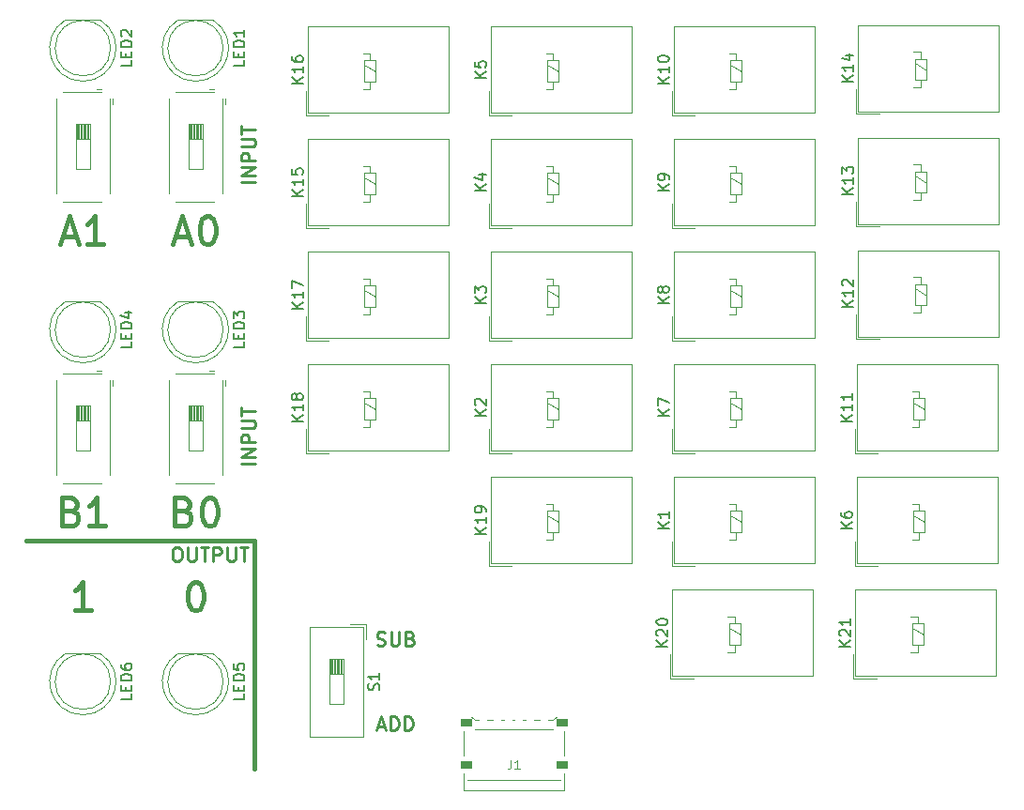
<source format=gbr>
%TF.GenerationSoftware,KiCad,Pcbnew,7.0.2*%
%TF.CreationDate,2023-05-28T17:25:48-07:00*%
%TF.ProjectId,relay-prototype,72656c61-792d-4707-926f-746f74797065,rev?*%
%TF.SameCoordinates,Original*%
%TF.FileFunction,Legend,Top*%
%TF.FilePolarity,Positive*%
%FSLAX46Y46*%
G04 Gerber Fmt 4.6, Leading zero omitted, Abs format (unit mm)*
G04 Created by KiCad (PCBNEW 7.0.2) date 2023-05-28 17:25:48*
%MOMM*%
%LPD*%
G01*
G04 APERTURE LIST*
G04 Aperture macros list*
%AMRoundRect*
0 Rectangle with rounded corners*
0 $1 Rounding radius*
0 $2 $3 $4 $5 $6 $7 $8 $9 X,Y pos of 4 corners*
0 Add a 4 corners polygon primitive as box body*
4,1,4,$2,$3,$4,$5,$6,$7,$8,$9,$2,$3,0*
0 Add four circle primitives for the rounded corners*
1,1,$1+$1,$2,$3*
1,1,$1+$1,$4,$5*
1,1,$1+$1,$6,$7*
1,1,$1+$1,$8,$9*
0 Add four rect primitives between the rounded corners*
20,1,$1+$1,$2,$3,$4,$5,0*
20,1,$1+$1,$4,$5,$6,$7,0*
20,1,$1+$1,$6,$7,$8,$9,0*
20,1,$1+$1,$8,$9,$2,$3,0*%
G04 Aperture macros list end*
%ADD10C,0.381000*%
%ADD11C,0.254000*%
%ADD12C,0.100000*%
%ADD13C,0.150000*%
%ADD14C,0.010000*%
%ADD15C,0.120000*%
%ADD16RoundRect,0.500000X0.000000X-0.300000X0.000000X-0.300000X0.000000X0.300000X0.000000X0.300000X0*%
%ADD17R,0.700000X2.200000*%
%ADD18R,0.800000X2.200000*%
%ADD19R,2.000000X2.000000*%
%ADD20C,2.000000*%
%ADD21R,1.800000X1.800000*%
%ADD22C,1.800000*%
%ADD23R,1.600000X1.600000*%
%ADD24O,1.600000X1.600000*%
%ADD25C,1.600000*%
G04 APERTURE END LIST*
D10*
X52162600Y-91131190D02*
X72736600Y-91131190D01*
X72736600Y-111705190D02*
X72736600Y-91131190D01*
D11*
X72816126Y-84182475D02*
X71546126Y-84182475D01*
X72816126Y-83577713D02*
X71546126Y-83577713D01*
X71546126Y-83577713D02*
X72816126Y-82851998D01*
X72816126Y-82851998D02*
X71546126Y-82851998D01*
X72816126Y-82247237D02*
X71546126Y-82247237D01*
X71546126Y-82247237D02*
X71546126Y-81763427D01*
X71546126Y-81763427D02*
X71606602Y-81642475D01*
X71606602Y-81642475D02*
X71667078Y-81581998D01*
X71667078Y-81581998D02*
X71788030Y-81521522D01*
X71788030Y-81521522D02*
X71969459Y-81521522D01*
X71969459Y-81521522D02*
X72090411Y-81581998D01*
X72090411Y-81581998D02*
X72150888Y-81642475D01*
X72150888Y-81642475D02*
X72211364Y-81763427D01*
X72211364Y-81763427D02*
X72211364Y-82247237D01*
X71546126Y-80977237D02*
X72574221Y-80977237D01*
X72574221Y-80977237D02*
X72695173Y-80916760D01*
X72695173Y-80916760D02*
X72755650Y-80856284D01*
X72755650Y-80856284D02*
X72816126Y-80735332D01*
X72816126Y-80735332D02*
X72816126Y-80493427D01*
X72816126Y-80493427D02*
X72755650Y-80372475D01*
X72755650Y-80372475D02*
X72695173Y-80311998D01*
X72695173Y-80311998D02*
X72574221Y-80251522D01*
X72574221Y-80251522D02*
X71546126Y-80251522D01*
X71546126Y-79828189D02*
X71546126Y-79102475D01*
X72816126Y-79465332D02*
X71546126Y-79465332D01*
X83864219Y-107865859D02*
X84468981Y-107865859D01*
X83743267Y-108228716D02*
X84166600Y-106958716D01*
X84166600Y-106958716D02*
X84589934Y-108228716D01*
X85013266Y-108228716D02*
X85013266Y-106958716D01*
X85013266Y-106958716D02*
X85315647Y-106958716D01*
X85315647Y-106958716D02*
X85497076Y-107019192D01*
X85497076Y-107019192D02*
X85618028Y-107140144D01*
X85618028Y-107140144D02*
X85678505Y-107261097D01*
X85678505Y-107261097D02*
X85738981Y-107503001D01*
X85738981Y-107503001D02*
X85738981Y-107684430D01*
X85738981Y-107684430D02*
X85678505Y-107926335D01*
X85678505Y-107926335D02*
X85618028Y-108047287D01*
X85618028Y-108047287D02*
X85497076Y-108168240D01*
X85497076Y-108168240D02*
X85315647Y-108228716D01*
X85315647Y-108228716D02*
X85013266Y-108228716D01*
X86283266Y-108228716D02*
X86283266Y-106958716D01*
X86283266Y-106958716D02*
X86585647Y-106958716D01*
X86585647Y-106958716D02*
X86767076Y-107019192D01*
X86767076Y-107019192D02*
X86888028Y-107140144D01*
X86888028Y-107140144D02*
X86948505Y-107261097D01*
X86948505Y-107261097D02*
X87008981Y-107503001D01*
X87008981Y-107503001D02*
X87008981Y-107684430D01*
X87008981Y-107684430D02*
X86948505Y-107926335D01*
X86948505Y-107926335D02*
X86888028Y-108047287D01*
X86888028Y-108047287D02*
X86767076Y-108168240D01*
X86767076Y-108168240D02*
X86585647Y-108228716D01*
X86585647Y-108228716D02*
X86283266Y-108228716D01*
D10*
X57968314Y-97386242D02*
X56516885Y-97386242D01*
X57242599Y-97386242D02*
X57242599Y-94846242D01*
X57242599Y-94846242D02*
X57000695Y-95209099D01*
X57000695Y-95209099D02*
X56758790Y-95451004D01*
X56758790Y-95451004D02*
X56516885Y-95571956D01*
D11*
X72816126Y-58782475D02*
X71546126Y-58782475D01*
X72816126Y-58177713D02*
X71546126Y-58177713D01*
X71546126Y-58177713D02*
X72816126Y-57451998D01*
X72816126Y-57451998D02*
X71546126Y-57451998D01*
X72816126Y-56847237D02*
X71546126Y-56847237D01*
X71546126Y-56847237D02*
X71546126Y-56363427D01*
X71546126Y-56363427D02*
X71606602Y-56242475D01*
X71606602Y-56242475D02*
X71667078Y-56181998D01*
X71667078Y-56181998D02*
X71788030Y-56121522D01*
X71788030Y-56121522D02*
X71969459Y-56121522D01*
X71969459Y-56121522D02*
X72090411Y-56181998D01*
X72090411Y-56181998D02*
X72150888Y-56242475D01*
X72150888Y-56242475D02*
X72211364Y-56363427D01*
X72211364Y-56363427D02*
X72211364Y-56847237D01*
X71546126Y-55577237D02*
X72574221Y-55577237D01*
X72574221Y-55577237D02*
X72695173Y-55516760D01*
X72695173Y-55516760D02*
X72755650Y-55456284D01*
X72755650Y-55456284D02*
X72816126Y-55335332D01*
X72816126Y-55335332D02*
X72816126Y-55093427D01*
X72816126Y-55093427D02*
X72755650Y-54972475D01*
X72755650Y-54972475D02*
X72695173Y-54911998D01*
X72695173Y-54911998D02*
X72574221Y-54851522D01*
X72574221Y-54851522D02*
X71546126Y-54851522D01*
X71546126Y-54428189D02*
X71546126Y-53702475D01*
X72816126Y-54065332D02*
X71546126Y-54065332D01*
D10*
X67281647Y-94846242D02*
X67523552Y-94846242D01*
X67523552Y-94846242D02*
X67765456Y-94967194D01*
X67765456Y-94967194D02*
X67886409Y-95088147D01*
X67886409Y-95088147D02*
X68007361Y-95330051D01*
X68007361Y-95330051D02*
X68128314Y-95813861D01*
X68128314Y-95813861D02*
X68128314Y-96418623D01*
X68128314Y-96418623D02*
X68007361Y-96902432D01*
X68007361Y-96902432D02*
X67886409Y-97144337D01*
X67886409Y-97144337D02*
X67765456Y-97265290D01*
X67765456Y-97265290D02*
X67523552Y-97386242D01*
X67523552Y-97386242D02*
X67281647Y-97386242D01*
X67281647Y-97386242D02*
X67039742Y-97265290D01*
X67039742Y-97265290D02*
X66918790Y-97144337D01*
X66918790Y-97144337D02*
X66797837Y-96902432D01*
X66797837Y-96902432D02*
X66676885Y-96418623D01*
X66676885Y-96418623D02*
X66676885Y-95813861D01*
X66676885Y-95813861D02*
X66797837Y-95330051D01*
X66797837Y-95330051D02*
X66918790Y-95088147D01*
X66918790Y-95088147D02*
X67039742Y-94967194D01*
X67039742Y-94967194D02*
X67281647Y-94846242D01*
D11*
X65618552Y-91718716D02*
X65860457Y-91718716D01*
X65860457Y-91718716D02*
X65981409Y-91779192D01*
X65981409Y-91779192D02*
X66102362Y-91900144D01*
X66102362Y-91900144D02*
X66162838Y-92142049D01*
X66162838Y-92142049D02*
X66162838Y-92565382D01*
X66162838Y-92565382D02*
X66102362Y-92807287D01*
X66102362Y-92807287D02*
X65981409Y-92928240D01*
X65981409Y-92928240D02*
X65860457Y-92988716D01*
X65860457Y-92988716D02*
X65618552Y-92988716D01*
X65618552Y-92988716D02*
X65497600Y-92928240D01*
X65497600Y-92928240D02*
X65376647Y-92807287D01*
X65376647Y-92807287D02*
X65316171Y-92565382D01*
X65316171Y-92565382D02*
X65316171Y-92142049D01*
X65316171Y-92142049D02*
X65376647Y-91900144D01*
X65376647Y-91900144D02*
X65497600Y-91779192D01*
X65497600Y-91779192D02*
X65618552Y-91718716D01*
X66707123Y-91718716D02*
X66707123Y-92746811D01*
X66707123Y-92746811D02*
X66767600Y-92867763D01*
X66767600Y-92867763D02*
X66828076Y-92928240D01*
X66828076Y-92928240D02*
X66949028Y-92988716D01*
X66949028Y-92988716D02*
X67190933Y-92988716D01*
X67190933Y-92988716D02*
X67311885Y-92928240D01*
X67311885Y-92928240D02*
X67372362Y-92867763D01*
X67372362Y-92867763D02*
X67432838Y-92746811D01*
X67432838Y-92746811D02*
X67432838Y-91718716D01*
X67856171Y-91718716D02*
X68581885Y-91718716D01*
X68219028Y-92988716D02*
X68219028Y-91718716D01*
X69005218Y-92988716D02*
X69005218Y-91718716D01*
X69005218Y-91718716D02*
X69489028Y-91718716D01*
X69489028Y-91718716D02*
X69609980Y-91779192D01*
X69609980Y-91779192D02*
X69670457Y-91839668D01*
X69670457Y-91839668D02*
X69730933Y-91960620D01*
X69730933Y-91960620D02*
X69730933Y-92142049D01*
X69730933Y-92142049D02*
X69670457Y-92263001D01*
X69670457Y-92263001D02*
X69609980Y-92323478D01*
X69609980Y-92323478D02*
X69489028Y-92383954D01*
X69489028Y-92383954D02*
X69005218Y-92383954D01*
X70275218Y-91718716D02*
X70275218Y-92746811D01*
X70275218Y-92746811D02*
X70335695Y-92867763D01*
X70335695Y-92867763D02*
X70396171Y-92928240D01*
X70396171Y-92928240D02*
X70517123Y-92988716D01*
X70517123Y-92988716D02*
X70759028Y-92988716D01*
X70759028Y-92988716D02*
X70879980Y-92928240D01*
X70879980Y-92928240D02*
X70940457Y-92867763D01*
X70940457Y-92867763D02*
X71000933Y-92746811D01*
X71000933Y-92746811D02*
X71000933Y-91718716D01*
X71424266Y-91718716D02*
X72149980Y-91718716D01*
X71787123Y-92988716D02*
X71787123Y-91718716D01*
X83773504Y-100548240D02*
X83954933Y-100608716D01*
X83954933Y-100608716D02*
X84257314Y-100608716D01*
X84257314Y-100608716D02*
X84378266Y-100548240D01*
X84378266Y-100548240D02*
X84438742Y-100487763D01*
X84438742Y-100487763D02*
X84499219Y-100366811D01*
X84499219Y-100366811D02*
X84499219Y-100245859D01*
X84499219Y-100245859D02*
X84438742Y-100124906D01*
X84438742Y-100124906D02*
X84378266Y-100064430D01*
X84378266Y-100064430D02*
X84257314Y-100003954D01*
X84257314Y-100003954D02*
X84015409Y-99943478D01*
X84015409Y-99943478D02*
X83894457Y-99883001D01*
X83894457Y-99883001D02*
X83833980Y-99822525D01*
X83833980Y-99822525D02*
X83773504Y-99701573D01*
X83773504Y-99701573D02*
X83773504Y-99580620D01*
X83773504Y-99580620D02*
X83833980Y-99459668D01*
X83833980Y-99459668D02*
X83894457Y-99399192D01*
X83894457Y-99399192D02*
X84015409Y-99338716D01*
X84015409Y-99338716D02*
X84317790Y-99338716D01*
X84317790Y-99338716D02*
X84499219Y-99399192D01*
X85043504Y-99338716D02*
X85043504Y-100366811D01*
X85043504Y-100366811D02*
X85103981Y-100487763D01*
X85103981Y-100487763D02*
X85164457Y-100548240D01*
X85164457Y-100548240D02*
X85285409Y-100608716D01*
X85285409Y-100608716D02*
X85527314Y-100608716D01*
X85527314Y-100608716D02*
X85648266Y-100548240D01*
X85648266Y-100548240D02*
X85708743Y-100487763D01*
X85708743Y-100487763D02*
X85769219Y-100366811D01*
X85769219Y-100366811D02*
X85769219Y-99338716D01*
X86797314Y-99943478D02*
X86978742Y-100003954D01*
X86978742Y-100003954D02*
X87039219Y-100064430D01*
X87039219Y-100064430D02*
X87099695Y-100185382D01*
X87099695Y-100185382D02*
X87099695Y-100366811D01*
X87099695Y-100366811D02*
X87039219Y-100487763D01*
X87039219Y-100487763D02*
X86978742Y-100548240D01*
X86978742Y-100548240D02*
X86857790Y-100608716D01*
X86857790Y-100608716D02*
X86373980Y-100608716D01*
X86373980Y-100608716D02*
X86373980Y-99338716D01*
X86373980Y-99338716D02*
X86797314Y-99338716D01*
X86797314Y-99338716D02*
X86918266Y-99399192D01*
X86918266Y-99399192D02*
X86978742Y-99459668D01*
X86978742Y-99459668D02*
X87039219Y-99580620D01*
X87039219Y-99580620D02*
X87039219Y-99701573D01*
X87039219Y-99701573D02*
X86978742Y-99822525D01*
X86978742Y-99822525D02*
X86918266Y-99883001D01*
X86918266Y-99883001D02*
X86797314Y-99943478D01*
X86797314Y-99943478D02*
X86373980Y-99943478D01*
D12*
%TO.C,J1*%
X95863333Y-110888935D02*
X95863333Y-111460363D01*
X95863333Y-111460363D02*
X95825238Y-111574649D01*
X95825238Y-111574649D02*
X95749047Y-111650840D01*
X95749047Y-111650840D02*
X95634762Y-111688935D01*
X95634762Y-111688935D02*
X95558571Y-111688935D01*
X96663333Y-111688935D02*
X96206190Y-111688935D01*
X96434762Y-111688935D02*
X96434762Y-110888935D01*
X96434762Y-110888935D02*
X96358571Y-111003220D01*
X96358571Y-111003220D02*
X96282381Y-111079411D01*
X96282381Y-111079411D02*
X96206190Y-111117506D01*
D13*
%TO.C,K15*%
X77095219Y-60000475D02*
X76095219Y-60000475D01*
X77095219Y-59429047D02*
X76523790Y-59857618D01*
X76095219Y-59429047D02*
X76666647Y-60000475D01*
X77095219Y-58476666D02*
X77095219Y-59048094D01*
X77095219Y-58762380D02*
X76095219Y-58762380D01*
X76095219Y-58762380D02*
X76238076Y-58857618D01*
X76238076Y-58857618D02*
X76333314Y-58952856D01*
X76333314Y-58952856D02*
X76380933Y-59048094D01*
X76095219Y-57571904D02*
X76095219Y-58048094D01*
X76095219Y-58048094D02*
X76571409Y-58095713D01*
X76571409Y-58095713D02*
X76523790Y-58048094D01*
X76523790Y-58048094D02*
X76476171Y-57952856D01*
X76476171Y-57952856D02*
X76476171Y-57714761D01*
X76476171Y-57714761D02*
X76523790Y-57619523D01*
X76523790Y-57619523D02*
X76571409Y-57571904D01*
X76571409Y-57571904D02*
X76666647Y-57524285D01*
X76666647Y-57524285D02*
X76904742Y-57524285D01*
X76904742Y-57524285D02*
X76999980Y-57571904D01*
X76999980Y-57571904D02*
X77047600Y-57619523D01*
X77047600Y-57619523D02*
X77095219Y-57714761D01*
X77095219Y-57714761D02*
X77095219Y-57952856D01*
X77095219Y-57952856D02*
X77047600Y-58048094D01*
X77047600Y-58048094D02*
X76999980Y-58095713D01*
%TO.C,LED1*%
X71825219Y-47800237D02*
X71825219Y-48276427D01*
X71825219Y-48276427D02*
X70825219Y-48276427D01*
X71301409Y-47466903D02*
X71301409Y-47133570D01*
X71825219Y-46990713D02*
X71825219Y-47466903D01*
X71825219Y-47466903D02*
X70825219Y-47466903D01*
X70825219Y-47466903D02*
X70825219Y-46990713D01*
X71825219Y-46562141D02*
X70825219Y-46562141D01*
X70825219Y-46562141D02*
X70825219Y-46324046D01*
X70825219Y-46324046D02*
X70872838Y-46181189D01*
X70872838Y-46181189D02*
X70968076Y-46085951D01*
X70968076Y-46085951D02*
X71063314Y-46038332D01*
X71063314Y-46038332D02*
X71253790Y-45990713D01*
X71253790Y-45990713D02*
X71396647Y-45990713D01*
X71396647Y-45990713D02*
X71587123Y-46038332D01*
X71587123Y-46038332D02*
X71682361Y-46085951D01*
X71682361Y-46085951D02*
X71777600Y-46181189D01*
X71777600Y-46181189D02*
X71825219Y-46324046D01*
X71825219Y-46324046D02*
X71825219Y-46562141D01*
X71825219Y-45038332D02*
X71825219Y-45609760D01*
X71825219Y-45324046D02*
X70825219Y-45324046D01*
X70825219Y-45324046D02*
X70968076Y-45419284D01*
X70968076Y-45419284D02*
X71063314Y-45514522D01*
X71063314Y-45514522D02*
X71110933Y-45609760D01*
%TO.C,K20*%
X109992719Y-100640475D02*
X108992719Y-100640475D01*
X109992719Y-100069047D02*
X109421290Y-100497618D01*
X108992719Y-100069047D02*
X109564147Y-100640475D01*
X109087957Y-99688094D02*
X109040338Y-99640475D01*
X109040338Y-99640475D02*
X108992719Y-99545237D01*
X108992719Y-99545237D02*
X108992719Y-99307142D01*
X108992719Y-99307142D02*
X109040338Y-99211904D01*
X109040338Y-99211904D02*
X109087957Y-99164285D01*
X109087957Y-99164285D02*
X109183195Y-99116666D01*
X109183195Y-99116666D02*
X109278433Y-99116666D01*
X109278433Y-99116666D02*
X109421290Y-99164285D01*
X109421290Y-99164285D02*
X109992719Y-99735713D01*
X109992719Y-99735713D02*
X109992719Y-99116666D01*
X108992719Y-98497618D02*
X108992719Y-98402380D01*
X108992719Y-98402380D02*
X109040338Y-98307142D01*
X109040338Y-98307142D02*
X109087957Y-98259523D01*
X109087957Y-98259523D02*
X109183195Y-98211904D01*
X109183195Y-98211904D02*
X109373671Y-98164285D01*
X109373671Y-98164285D02*
X109611766Y-98164285D01*
X109611766Y-98164285D02*
X109802242Y-98211904D01*
X109802242Y-98211904D02*
X109897480Y-98259523D01*
X109897480Y-98259523D02*
X109945100Y-98307142D01*
X109945100Y-98307142D02*
X109992719Y-98402380D01*
X109992719Y-98402380D02*
X109992719Y-98497618D01*
X109992719Y-98497618D02*
X109945100Y-98592856D01*
X109945100Y-98592856D02*
X109897480Y-98640475D01*
X109897480Y-98640475D02*
X109802242Y-98688094D01*
X109802242Y-98688094D02*
X109611766Y-98735713D01*
X109611766Y-98735713D02*
X109373671Y-98735713D01*
X109373671Y-98735713D02*
X109183195Y-98688094D01*
X109183195Y-98688094D02*
X109087957Y-98640475D01*
X109087957Y-98640475D02*
X109040338Y-98592856D01*
X109040338Y-98592856D02*
X108992719Y-98497618D01*
%TO.C,LED3*%
X71825219Y-73200237D02*
X71825219Y-73676427D01*
X71825219Y-73676427D02*
X70825219Y-73676427D01*
X71301409Y-72866903D02*
X71301409Y-72533570D01*
X71825219Y-72390713D02*
X71825219Y-72866903D01*
X71825219Y-72866903D02*
X70825219Y-72866903D01*
X70825219Y-72866903D02*
X70825219Y-72390713D01*
X71825219Y-71962141D02*
X70825219Y-71962141D01*
X70825219Y-71962141D02*
X70825219Y-71724046D01*
X70825219Y-71724046D02*
X70872838Y-71581189D01*
X70872838Y-71581189D02*
X70968076Y-71485951D01*
X70968076Y-71485951D02*
X71063314Y-71438332D01*
X71063314Y-71438332D02*
X71253790Y-71390713D01*
X71253790Y-71390713D02*
X71396647Y-71390713D01*
X71396647Y-71390713D02*
X71587123Y-71438332D01*
X71587123Y-71438332D02*
X71682361Y-71485951D01*
X71682361Y-71485951D02*
X71777600Y-71581189D01*
X71777600Y-71581189D02*
X71825219Y-71724046D01*
X71825219Y-71724046D02*
X71825219Y-71962141D01*
X70825219Y-71057379D02*
X70825219Y-70438332D01*
X70825219Y-70438332D02*
X71206171Y-70771665D01*
X71206171Y-70771665D02*
X71206171Y-70628808D01*
X71206171Y-70628808D02*
X71253790Y-70533570D01*
X71253790Y-70533570D02*
X71301409Y-70485951D01*
X71301409Y-70485951D02*
X71396647Y-70438332D01*
X71396647Y-70438332D02*
X71634742Y-70438332D01*
X71634742Y-70438332D02*
X71729980Y-70485951D01*
X71729980Y-70485951D02*
X71777600Y-70533570D01*
X71777600Y-70533570D02*
X71825219Y-70628808D01*
X71825219Y-70628808D02*
X71825219Y-70914522D01*
X71825219Y-70914522D02*
X71777600Y-71009760D01*
X71777600Y-71009760D02*
X71729980Y-71057379D01*
%TO.C,K10*%
X110115219Y-49840475D02*
X109115219Y-49840475D01*
X110115219Y-49269047D02*
X109543790Y-49697618D01*
X109115219Y-49269047D02*
X109686647Y-49840475D01*
X110115219Y-48316666D02*
X110115219Y-48888094D01*
X110115219Y-48602380D02*
X109115219Y-48602380D01*
X109115219Y-48602380D02*
X109258076Y-48697618D01*
X109258076Y-48697618D02*
X109353314Y-48792856D01*
X109353314Y-48792856D02*
X109400933Y-48888094D01*
X109115219Y-47697618D02*
X109115219Y-47602380D01*
X109115219Y-47602380D02*
X109162838Y-47507142D01*
X109162838Y-47507142D02*
X109210457Y-47459523D01*
X109210457Y-47459523D02*
X109305695Y-47411904D01*
X109305695Y-47411904D02*
X109496171Y-47364285D01*
X109496171Y-47364285D02*
X109734266Y-47364285D01*
X109734266Y-47364285D02*
X109924742Y-47411904D01*
X109924742Y-47411904D02*
X110019980Y-47459523D01*
X110019980Y-47459523D02*
X110067600Y-47507142D01*
X110067600Y-47507142D02*
X110115219Y-47602380D01*
X110115219Y-47602380D02*
X110115219Y-47697618D01*
X110115219Y-47697618D02*
X110067600Y-47792856D01*
X110067600Y-47792856D02*
X110019980Y-47840475D01*
X110019980Y-47840475D02*
X109924742Y-47888094D01*
X109924742Y-47888094D02*
X109734266Y-47935713D01*
X109734266Y-47935713D02*
X109496171Y-47935713D01*
X109496171Y-47935713D02*
X109305695Y-47888094D01*
X109305695Y-47888094D02*
X109210457Y-47840475D01*
X109210457Y-47840475D02*
X109162838Y-47792856D01*
X109162838Y-47792856D02*
X109115219Y-47697618D01*
%TO.C,LED2*%
X61665219Y-47800237D02*
X61665219Y-48276427D01*
X61665219Y-48276427D02*
X60665219Y-48276427D01*
X61141409Y-47466903D02*
X61141409Y-47133570D01*
X61665219Y-46990713D02*
X61665219Y-47466903D01*
X61665219Y-47466903D02*
X60665219Y-47466903D01*
X60665219Y-47466903D02*
X60665219Y-46990713D01*
X61665219Y-46562141D02*
X60665219Y-46562141D01*
X60665219Y-46562141D02*
X60665219Y-46324046D01*
X60665219Y-46324046D02*
X60712838Y-46181189D01*
X60712838Y-46181189D02*
X60808076Y-46085951D01*
X60808076Y-46085951D02*
X60903314Y-46038332D01*
X60903314Y-46038332D02*
X61093790Y-45990713D01*
X61093790Y-45990713D02*
X61236647Y-45990713D01*
X61236647Y-45990713D02*
X61427123Y-46038332D01*
X61427123Y-46038332D02*
X61522361Y-46085951D01*
X61522361Y-46085951D02*
X61617600Y-46181189D01*
X61617600Y-46181189D02*
X61665219Y-46324046D01*
X61665219Y-46324046D02*
X61665219Y-46562141D01*
X60760457Y-45609760D02*
X60712838Y-45562141D01*
X60712838Y-45562141D02*
X60665219Y-45466903D01*
X60665219Y-45466903D02*
X60665219Y-45228808D01*
X60665219Y-45228808D02*
X60712838Y-45133570D01*
X60712838Y-45133570D02*
X60760457Y-45085951D01*
X60760457Y-45085951D02*
X60855695Y-45038332D01*
X60855695Y-45038332D02*
X60950933Y-45038332D01*
X60950933Y-45038332D02*
X61093790Y-45085951D01*
X61093790Y-45085951D02*
X61665219Y-45657379D01*
X61665219Y-45657379D02*
X61665219Y-45038332D01*
%TO.C,K11*%
X126625219Y-80320475D02*
X125625219Y-80320475D01*
X126625219Y-79749047D02*
X126053790Y-80177618D01*
X125625219Y-79749047D02*
X126196647Y-80320475D01*
X126625219Y-78796666D02*
X126625219Y-79368094D01*
X126625219Y-79082380D02*
X125625219Y-79082380D01*
X125625219Y-79082380D02*
X125768076Y-79177618D01*
X125768076Y-79177618D02*
X125863314Y-79272856D01*
X125863314Y-79272856D02*
X125910933Y-79368094D01*
X126625219Y-77844285D02*
X126625219Y-78415713D01*
X126625219Y-78129999D02*
X125625219Y-78129999D01*
X125625219Y-78129999D02*
X125768076Y-78225237D01*
X125768076Y-78225237D02*
X125863314Y-78320475D01*
X125863314Y-78320475D02*
X125910933Y-78415713D01*
%TO.C,K14*%
X126747719Y-49707975D02*
X125747719Y-49707975D01*
X126747719Y-49136547D02*
X126176290Y-49565118D01*
X125747719Y-49136547D02*
X126319147Y-49707975D01*
X126747719Y-48184166D02*
X126747719Y-48755594D01*
X126747719Y-48469880D02*
X125747719Y-48469880D01*
X125747719Y-48469880D02*
X125890576Y-48565118D01*
X125890576Y-48565118D02*
X125985814Y-48660356D01*
X125985814Y-48660356D02*
X126033433Y-48755594D01*
X126081052Y-47327023D02*
X126747719Y-47327023D01*
X125700100Y-47565118D02*
X126414385Y-47803213D01*
X126414385Y-47803213D02*
X126414385Y-47184166D01*
%TO.C,LED6*%
X61665219Y-104950237D02*
X61665219Y-105426427D01*
X61665219Y-105426427D02*
X60665219Y-105426427D01*
X61141409Y-104616903D02*
X61141409Y-104283570D01*
X61665219Y-104140713D02*
X61665219Y-104616903D01*
X61665219Y-104616903D02*
X60665219Y-104616903D01*
X60665219Y-104616903D02*
X60665219Y-104140713D01*
X61665219Y-103712141D02*
X60665219Y-103712141D01*
X60665219Y-103712141D02*
X60665219Y-103474046D01*
X60665219Y-103474046D02*
X60712838Y-103331189D01*
X60712838Y-103331189D02*
X60808076Y-103235951D01*
X60808076Y-103235951D02*
X60903314Y-103188332D01*
X60903314Y-103188332D02*
X61093790Y-103140713D01*
X61093790Y-103140713D02*
X61236647Y-103140713D01*
X61236647Y-103140713D02*
X61427123Y-103188332D01*
X61427123Y-103188332D02*
X61522361Y-103235951D01*
X61522361Y-103235951D02*
X61617600Y-103331189D01*
X61617600Y-103331189D02*
X61665219Y-103474046D01*
X61665219Y-103474046D02*
X61665219Y-103712141D01*
X60665219Y-102283570D02*
X60665219Y-102474046D01*
X60665219Y-102474046D02*
X60712838Y-102569284D01*
X60712838Y-102569284D02*
X60760457Y-102616903D01*
X60760457Y-102616903D02*
X60903314Y-102712141D01*
X60903314Y-102712141D02*
X61093790Y-102759760D01*
X61093790Y-102759760D02*
X61474742Y-102759760D01*
X61474742Y-102759760D02*
X61569980Y-102712141D01*
X61569980Y-102712141D02*
X61617600Y-102664522D01*
X61617600Y-102664522D02*
X61665219Y-102569284D01*
X61665219Y-102569284D02*
X61665219Y-102378808D01*
X61665219Y-102378808D02*
X61617600Y-102283570D01*
X61617600Y-102283570D02*
X61569980Y-102235951D01*
X61569980Y-102235951D02*
X61474742Y-102188332D01*
X61474742Y-102188332D02*
X61236647Y-102188332D01*
X61236647Y-102188332D02*
X61141409Y-102235951D01*
X61141409Y-102235951D02*
X61093790Y-102283570D01*
X61093790Y-102283570D02*
X61046171Y-102378808D01*
X61046171Y-102378808D02*
X61046171Y-102569284D01*
X61046171Y-102569284D02*
X61093790Y-102664522D01*
X61093790Y-102664522D02*
X61141409Y-102712141D01*
X61141409Y-102712141D02*
X61236647Y-102759760D01*
%TO.C,LED5*%
X71825219Y-104950237D02*
X71825219Y-105426427D01*
X71825219Y-105426427D02*
X70825219Y-105426427D01*
X71301409Y-104616903D02*
X71301409Y-104283570D01*
X71825219Y-104140713D02*
X71825219Y-104616903D01*
X71825219Y-104616903D02*
X70825219Y-104616903D01*
X70825219Y-104616903D02*
X70825219Y-104140713D01*
X71825219Y-103712141D02*
X70825219Y-103712141D01*
X70825219Y-103712141D02*
X70825219Y-103474046D01*
X70825219Y-103474046D02*
X70872838Y-103331189D01*
X70872838Y-103331189D02*
X70968076Y-103235951D01*
X70968076Y-103235951D02*
X71063314Y-103188332D01*
X71063314Y-103188332D02*
X71253790Y-103140713D01*
X71253790Y-103140713D02*
X71396647Y-103140713D01*
X71396647Y-103140713D02*
X71587123Y-103188332D01*
X71587123Y-103188332D02*
X71682361Y-103235951D01*
X71682361Y-103235951D02*
X71777600Y-103331189D01*
X71777600Y-103331189D02*
X71825219Y-103474046D01*
X71825219Y-103474046D02*
X71825219Y-103712141D01*
X70825219Y-102235951D02*
X70825219Y-102712141D01*
X70825219Y-102712141D02*
X71301409Y-102759760D01*
X71301409Y-102759760D02*
X71253790Y-102712141D01*
X71253790Y-102712141D02*
X71206171Y-102616903D01*
X71206171Y-102616903D02*
X71206171Y-102378808D01*
X71206171Y-102378808D02*
X71253790Y-102283570D01*
X71253790Y-102283570D02*
X71301409Y-102235951D01*
X71301409Y-102235951D02*
X71396647Y-102188332D01*
X71396647Y-102188332D02*
X71634742Y-102188332D01*
X71634742Y-102188332D02*
X71729980Y-102235951D01*
X71729980Y-102235951D02*
X71777600Y-102283570D01*
X71777600Y-102283570D02*
X71825219Y-102378808D01*
X71825219Y-102378808D02*
X71825219Y-102616903D01*
X71825219Y-102616903D02*
X71777600Y-102712141D01*
X71777600Y-102712141D02*
X71729980Y-102759760D01*
D10*
%TO.C,B0*%
X66374504Y-88435766D02*
X66737361Y-88556718D01*
X66737361Y-88556718D02*
X66858314Y-88677670D01*
X66858314Y-88677670D02*
X66979266Y-88919575D01*
X66979266Y-88919575D02*
X66979266Y-89282432D01*
X66979266Y-89282432D02*
X66858314Y-89524337D01*
X66858314Y-89524337D02*
X66737361Y-89645290D01*
X66737361Y-89645290D02*
X66495456Y-89766242D01*
X66495456Y-89766242D02*
X65527837Y-89766242D01*
X65527837Y-89766242D02*
X65527837Y-87226242D01*
X65527837Y-87226242D02*
X66374504Y-87226242D01*
X66374504Y-87226242D02*
X66616409Y-87347194D01*
X66616409Y-87347194D02*
X66737361Y-87468147D01*
X66737361Y-87468147D02*
X66858314Y-87710051D01*
X66858314Y-87710051D02*
X66858314Y-87951956D01*
X66858314Y-87951956D02*
X66737361Y-88193861D01*
X66737361Y-88193861D02*
X66616409Y-88314813D01*
X66616409Y-88314813D02*
X66374504Y-88435766D01*
X66374504Y-88435766D02*
X65527837Y-88435766D01*
X68551647Y-87226242D02*
X68793552Y-87226242D01*
X68793552Y-87226242D02*
X69035456Y-87347194D01*
X69035456Y-87347194D02*
X69156409Y-87468147D01*
X69156409Y-87468147D02*
X69277361Y-87710051D01*
X69277361Y-87710051D02*
X69398314Y-88193861D01*
X69398314Y-88193861D02*
X69398314Y-88798623D01*
X69398314Y-88798623D02*
X69277361Y-89282432D01*
X69277361Y-89282432D02*
X69156409Y-89524337D01*
X69156409Y-89524337D02*
X69035456Y-89645290D01*
X69035456Y-89645290D02*
X68793552Y-89766242D01*
X68793552Y-89766242D02*
X68551647Y-89766242D01*
X68551647Y-89766242D02*
X68309742Y-89645290D01*
X68309742Y-89645290D02*
X68188790Y-89524337D01*
X68188790Y-89524337D02*
X68067837Y-89282432D01*
X68067837Y-89282432D02*
X67946885Y-88798623D01*
X67946885Y-88798623D02*
X67946885Y-88193861D01*
X67946885Y-88193861D02*
X68067837Y-87710051D01*
X68067837Y-87710051D02*
X68188790Y-87468147D01*
X68188790Y-87468147D02*
X68309742Y-87347194D01*
X68309742Y-87347194D02*
X68551647Y-87226242D01*
D13*
%TO.C,K18*%
X77095219Y-80320475D02*
X76095219Y-80320475D01*
X77095219Y-79749047D02*
X76523790Y-80177618D01*
X76095219Y-79749047D02*
X76666647Y-80320475D01*
X77095219Y-78796666D02*
X77095219Y-79368094D01*
X77095219Y-79082380D02*
X76095219Y-79082380D01*
X76095219Y-79082380D02*
X76238076Y-79177618D01*
X76238076Y-79177618D02*
X76333314Y-79272856D01*
X76333314Y-79272856D02*
X76380933Y-79368094D01*
X76523790Y-78225237D02*
X76476171Y-78320475D01*
X76476171Y-78320475D02*
X76428552Y-78368094D01*
X76428552Y-78368094D02*
X76333314Y-78415713D01*
X76333314Y-78415713D02*
X76285695Y-78415713D01*
X76285695Y-78415713D02*
X76190457Y-78368094D01*
X76190457Y-78368094D02*
X76142838Y-78320475D01*
X76142838Y-78320475D02*
X76095219Y-78225237D01*
X76095219Y-78225237D02*
X76095219Y-78034761D01*
X76095219Y-78034761D02*
X76142838Y-77939523D01*
X76142838Y-77939523D02*
X76190457Y-77891904D01*
X76190457Y-77891904D02*
X76285695Y-77844285D01*
X76285695Y-77844285D02*
X76333314Y-77844285D01*
X76333314Y-77844285D02*
X76428552Y-77891904D01*
X76428552Y-77891904D02*
X76476171Y-77939523D01*
X76476171Y-77939523D02*
X76523790Y-78034761D01*
X76523790Y-78034761D02*
X76523790Y-78225237D01*
X76523790Y-78225237D02*
X76571409Y-78320475D01*
X76571409Y-78320475D02*
X76619028Y-78368094D01*
X76619028Y-78368094D02*
X76714266Y-78415713D01*
X76714266Y-78415713D02*
X76904742Y-78415713D01*
X76904742Y-78415713D02*
X76999980Y-78368094D01*
X76999980Y-78368094D02*
X77047600Y-78320475D01*
X77047600Y-78320475D02*
X77095219Y-78225237D01*
X77095219Y-78225237D02*
X77095219Y-78034761D01*
X77095219Y-78034761D02*
X77047600Y-77939523D01*
X77047600Y-77939523D02*
X76999980Y-77891904D01*
X76999980Y-77891904D02*
X76904742Y-77844285D01*
X76904742Y-77844285D02*
X76714266Y-77844285D01*
X76714266Y-77844285D02*
X76619028Y-77891904D01*
X76619028Y-77891904D02*
X76571409Y-77939523D01*
X76571409Y-77939523D02*
X76523790Y-78034761D01*
%TO.C,K3*%
X93604639Y-69684314D02*
X92604639Y-69684314D01*
X93604639Y-69112886D02*
X93033210Y-69541457D01*
X92604639Y-69112886D02*
X93176067Y-69684314D01*
X92604639Y-68779552D02*
X92604639Y-68160505D01*
X92604639Y-68160505D02*
X92985591Y-68493838D01*
X92985591Y-68493838D02*
X92985591Y-68350981D01*
X92985591Y-68350981D02*
X93033210Y-68255743D01*
X93033210Y-68255743D02*
X93080829Y-68208124D01*
X93080829Y-68208124D02*
X93176067Y-68160505D01*
X93176067Y-68160505D02*
X93414162Y-68160505D01*
X93414162Y-68160505D02*
X93509400Y-68208124D01*
X93509400Y-68208124D02*
X93557020Y-68255743D01*
X93557020Y-68255743D02*
X93604639Y-68350981D01*
X93604639Y-68350981D02*
X93604639Y-68636695D01*
X93604639Y-68636695D02*
X93557020Y-68731933D01*
X93557020Y-68731933D02*
X93509400Y-68779552D01*
%TO.C,LED4*%
X61665219Y-73200237D02*
X61665219Y-73676427D01*
X61665219Y-73676427D02*
X60665219Y-73676427D01*
X61141409Y-72866903D02*
X61141409Y-72533570D01*
X61665219Y-72390713D02*
X61665219Y-72866903D01*
X61665219Y-72866903D02*
X60665219Y-72866903D01*
X60665219Y-72866903D02*
X60665219Y-72390713D01*
X61665219Y-71962141D02*
X60665219Y-71962141D01*
X60665219Y-71962141D02*
X60665219Y-71724046D01*
X60665219Y-71724046D02*
X60712838Y-71581189D01*
X60712838Y-71581189D02*
X60808076Y-71485951D01*
X60808076Y-71485951D02*
X60903314Y-71438332D01*
X60903314Y-71438332D02*
X61093790Y-71390713D01*
X61093790Y-71390713D02*
X61236647Y-71390713D01*
X61236647Y-71390713D02*
X61427123Y-71438332D01*
X61427123Y-71438332D02*
X61522361Y-71485951D01*
X61522361Y-71485951D02*
X61617600Y-71581189D01*
X61617600Y-71581189D02*
X61665219Y-71724046D01*
X61665219Y-71724046D02*
X61665219Y-71962141D01*
X60998552Y-70533570D02*
X61665219Y-70533570D01*
X60617600Y-70771665D02*
X61331885Y-71009760D01*
X61331885Y-71009760D02*
X61331885Y-70390713D01*
D10*
%TO.C,A0*%
X65588314Y-63640528D02*
X66797838Y-63640528D01*
X65346409Y-64366242D02*
X66193076Y-61826242D01*
X66193076Y-61826242D02*
X67039743Y-64366242D01*
X68370219Y-61826242D02*
X68612124Y-61826242D01*
X68612124Y-61826242D02*
X68854028Y-61947194D01*
X68854028Y-61947194D02*
X68974981Y-62068147D01*
X68974981Y-62068147D02*
X69095933Y-62310051D01*
X69095933Y-62310051D02*
X69216886Y-62793861D01*
X69216886Y-62793861D02*
X69216886Y-63398623D01*
X69216886Y-63398623D02*
X69095933Y-63882432D01*
X69095933Y-63882432D02*
X68974981Y-64124337D01*
X68974981Y-64124337D02*
X68854028Y-64245290D01*
X68854028Y-64245290D02*
X68612124Y-64366242D01*
X68612124Y-64366242D02*
X68370219Y-64366242D01*
X68370219Y-64366242D02*
X68128314Y-64245290D01*
X68128314Y-64245290D02*
X68007362Y-64124337D01*
X68007362Y-64124337D02*
X67886409Y-63882432D01*
X67886409Y-63882432D02*
X67765457Y-63398623D01*
X67765457Y-63398623D02*
X67765457Y-62793861D01*
X67765457Y-62793861D02*
X67886409Y-62310051D01*
X67886409Y-62310051D02*
X68007362Y-62068147D01*
X68007362Y-62068147D02*
X68128314Y-61947194D01*
X68128314Y-61947194D02*
X68370219Y-61826242D01*
D13*
%TO.C,K7*%
X110115219Y-79844284D02*
X109115219Y-79844284D01*
X110115219Y-79272856D02*
X109543790Y-79701427D01*
X109115219Y-79272856D02*
X109686647Y-79844284D01*
X109115219Y-78939522D02*
X109115219Y-78272856D01*
X109115219Y-78272856D02*
X110115219Y-78701427D01*
%TO.C,K21*%
X126502719Y-100640475D02*
X125502719Y-100640475D01*
X126502719Y-100069047D02*
X125931290Y-100497618D01*
X125502719Y-100069047D02*
X126074147Y-100640475D01*
X125597957Y-99688094D02*
X125550338Y-99640475D01*
X125550338Y-99640475D02*
X125502719Y-99545237D01*
X125502719Y-99545237D02*
X125502719Y-99307142D01*
X125502719Y-99307142D02*
X125550338Y-99211904D01*
X125550338Y-99211904D02*
X125597957Y-99164285D01*
X125597957Y-99164285D02*
X125693195Y-99116666D01*
X125693195Y-99116666D02*
X125788433Y-99116666D01*
X125788433Y-99116666D02*
X125931290Y-99164285D01*
X125931290Y-99164285D02*
X126502719Y-99735713D01*
X126502719Y-99735713D02*
X126502719Y-99116666D01*
X126502719Y-98164285D02*
X126502719Y-98735713D01*
X126502719Y-98449999D02*
X125502719Y-98449999D01*
X125502719Y-98449999D02*
X125645576Y-98545237D01*
X125645576Y-98545237D02*
X125740814Y-98640475D01*
X125740814Y-98640475D02*
X125788433Y-98735713D01*
%TO.C,K19*%
X93605219Y-90480475D02*
X92605219Y-90480475D01*
X93605219Y-89909047D02*
X93033790Y-90337618D01*
X92605219Y-89909047D02*
X93176647Y-90480475D01*
X93605219Y-88956666D02*
X93605219Y-89528094D01*
X93605219Y-89242380D02*
X92605219Y-89242380D01*
X92605219Y-89242380D02*
X92748076Y-89337618D01*
X92748076Y-89337618D02*
X92843314Y-89432856D01*
X92843314Y-89432856D02*
X92890933Y-89528094D01*
X93605219Y-88480475D02*
X93605219Y-88289999D01*
X93605219Y-88289999D02*
X93557600Y-88194761D01*
X93557600Y-88194761D02*
X93509980Y-88147142D01*
X93509980Y-88147142D02*
X93367123Y-88051904D01*
X93367123Y-88051904D02*
X93176647Y-88004285D01*
X93176647Y-88004285D02*
X92795695Y-88004285D01*
X92795695Y-88004285D02*
X92700457Y-88051904D01*
X92700457Y-88051904D02*
X92652838Y-88099523D01*
X92652838Y-88099523D02*
X92605219Y-88194761D01*
X92605219Y-88194761D02*
X92605219Y-88385237D01*
X92605219Y-88385237D02*
X92652838Y-88480475D01*
X92652838Y-88480475D02*
X92700457Y-88528094D01*
X92700457Y-88528094D02*
X92795695Y-88575713D01*
X92795695Y-88575713D02*
X93033790Y-88575713D01*
X93033790Y-88575713D02*
X93129028Y-88528094D01*
X93129028Y-88528094D02*
X93176647Y-88480475D01*
X93176647Y-88480475D02*
X93224266Y-88385237D01*
X93224266Y-88385237D02*
X93224266Y-88194761D01*
X93224266Y-88194761D02*
X93176647Y-88099523D01*
X93176647Y-88099523D02*
X93129028Y-88051904D01*
X93129028Y-88051904D02*
X93033790Y-88004285D01*
D10*
%TO.C,A1*%
X55428314Y-63640528D02*
X56637838Y-63640528D01*
X55186409Y-64366242D02*
X56033076Y-61826242D01*
X56033076Y-61826242D02*
X56879743Y-64366242D01*
X59056886Y-64366242D02*
X57605457Y-64366242D01*
X58331171Y-64366242D02*
X58331171Y-61826242D01*
X58331171Y-61826242D02*
X58089267Y-62189099D01*
X58089267Y-62189099D02*
X57847362Y-62431004D01*
X57847362Y-62431004D02*
X57605457Y-62551956D01*
D13*
%TO.C,K12*%
X126747719Y-70027975D02*
X125747719Y-70027975D01*
X126747719Y-69456547D02*
X126176290Y-69885118D01*
X125747719Y-69456547D02*
X126319147Y-70027975D01*
X126747719Y-68504166D02*
X126747719Y-69075594D01*
X126747719Y-68789880D02*
X125747719Y-68789880D01*
X125747719Y-68789880D02*
X125890576Y-68885118D01*
X125890576Y-68885118D02*
X125985814Y-68980356D01*
X125985814Y-68980356D02*
X126033433Y-69075594D01*
X125842957Y-68123213D02*
X125795338Y-68075594D01*
X125795338Y-68075594D02*
X125747719Y-67980356D01*
X125747719Y-67980356D02*
X125747719Y-67742261D01*
X125747719Y-67742261D02*
X125795338Y-67647023D01*
X125795338Y-67647023D02*
X125842957Y-67599404D01*
X125842957Y-67599404D02*
X125938195Y-67551785D01*
X125938195Y-67551785D02*
X126033433Y-67551785D01*
X126033433Y-67551785D02*
X126176290Y-67599404D01*
X126176290Y-67599404D02*
X126747719Y-68170832D01*
X126747719Y-68170832D02*
X126747719Y-67551785D01*
%TO.C,K2*%
X93604639Y-79844119D02*
X92604639Y-79844119D01*
X93604639Y-79272691D02*
X93033210Y-79701262D01*
X92604639Y-79272691D02*
X93176067Y-79844119D01*
X92699877Y-78891738D02*
X92652258Y-78844119D01*
X92652258Y-78844119D02*
X92604639Y-78748881D01*
X92604639Y-78748881D02*
X92604639Y-78510786D01*
X92604639Y-78510786D02*
X92652258Y-78415548D01*
X92652258Y-78415548D02*
X92699877Y-78367929D01*
X92699877Y-78367929D02*
X92795115Y-78320310D01*
X92795115Y-78320310D02*
X92890353Y-78320310D01*
X92890353Y-78320310D02*
X93033210Y-78367929D01*
X93033210Y-78367929D02*
X93604639Y-78939357D01*
X93604639Y-78939357D02*
X93604639Y-78320310D01*
%TO.C,K13*%
X126747719Y-59867975D02*
X125747719Y-59867975D01*
X126747719Y-59296547D02*
X126176290Y-59725118D01*
X125747719Y-59296547D02*
X126319147Y-59867975D01*
X126747719Y-58344166D02*
X126747719Y-58915594D01*
X126747719Y-58629880D02*
X125747719Y-58629880D01*
X125747719Y-58629880D02*
X125890576Y-58725118D01*
X125890576Y-58725118D02*
X125985814Y-58820356D01*
X125985814Y-58820356D02*
X126033433Y-58915594D01*
X125747719Y-58010832D02*
X125747719Y-57391785D01*
X125747719Y-57391785D02*
X126128671Y-57725118D01*
X126128671Y-57725118D02*
X126128671Y-57582261D01*
X126128671Y-57582261D02*
X126176290Y-57487023D01*
X126176290Y-57487023D02*
X126223909Y-57439404D01*
X126223909Y-57439404D02*
X126319147Y-57391785D01*
X126319147Y-57391785D02*
X126557242Y-57391785D01*
X126557242Y-57391785D02*
X126652480Y-57439404D01*
X126652480Y-57439404D02*
X126700100Y-57487023D01*
X126700100Y-57487023D02*
X126747719Y-57582261D01*
X126747719Y-57582261D02*
X126747719Y-57867975D01*
X126747719Y-57867975D02*
X126700100Y-57963213D01*
X126700100Y-57963213D02*
X126652480Y-58010832D01*
%TO.C,K17*%
X77095219Y-70160475D02*
X76095219Y-70160475D01*
X77095219Y-69589047D02*
X76523790Y-70017618D01*
X76095219Y-69589047D02*
X76666647Y-70160475D01*
X77095219Y-68636666D02*
X77095219Y-69208094D01*
X77095219Y-68922380D02*
X76095219Y-68922380D01*
X76095219Y-68922380D02*
X76238076Y-69017618D01*
X76238076Y-69017618D02*
X76333314Y-69112856D01*
X76333314Y-69112856D02*
X76380933Y-69208094D01*
X76095219Y-68303332D02*
X76095219Y-67636666D01*
X76095219Y-67636666D02*
X77095219Y-68065237D01*
%TO.C,K8*%
X110115219Y-69684284D02*
X109115219Y-69684284D01*
X110115219Y-69112856D02*
X109543790Y-69541427D01*
X109115219Y-69112856D02*
X109686647Y-69684284D01*
X109543790Y-68541427D02*
X109496171Y-68636665D01*
X109496171Y-68636665D02*
X109448552Y-68684284D01*
X109448552Y-68684284D02*
X109353314Y-68731903D01*
X109353314Y-68731903D02*
X109305695Y-68731903D01*
X109305695Y-68731903D02*
X109210457Y-68684284D01*
X109210457Y-68684284D02*
X109162838Y-68636665D01*
X109162838Y-68636665D02*
X109115219Y-68541427D01*
X109115219Y-68541427D02*
X109115219Y-68350951D01*
X109115219Y-68350951D02*
X109162838Y-68255713D01*
X109162838Y-68255713D02*
X109210457Y-68208094D01*
X109210457Y-68208094D02*
X109305695Y-68160475D01*
X109305695Y-68160475D02*
X109353314Y-68160475D01*
X109353314Y-68160475D02*
X109448552Y-68208094D01*
X109448552Y-68208094D02*
X109496171Y-68255713D01*
X109496171Y-68255713D02*
X109543790Y-68350951D01*
X109543790Y-68350951D02*
X109543790Y-68541427D01*
X109543790Y-68541427D02*
X109591409Y-68636665D01*
X109591409Y-68636665D02*
X109639028Y-68684284D01*
X109639028Y-68684284D02*
X109734266Y-68731903D01*
X109734266Y-68731903D02*
X109924742Y-68731903D01*
X109924742Y-68731903D02*
X110019980Y-68684284D01*
X110019980Y-68684284D02*
X110067600Y-68636665D01*
X110067600Y-68636665D02*
X110115219Y-68541427D01*
X110115219Y-68541427D02*
X110115219Y-68350951D01*
X110115219Y-68350951D02*
X110067600Y-68255713D01*
X110067600Y-68255713D02*
X110019980Y-68208094D01*
X110019980Y-68208094D02*
X109924742Y-68160475D01*
X109924742Y-68160475D02*
X109734266Y-68160475D01*
X109734266Y-68160475D02*
X109639028Y-68208094D01*
X109639028Y-68208094D02*
X109591409Y-68255713D01*
X109591409Y-68255713D02*
X109543790Y-68350951D01*
%TO.C,K9*%
X110115219Y-59524284D02*
X109115219Y-59524284D01*
X110115219Y-58952856D02*
X109543790Y-59381427D01*
X109115219Y-58952856D02*
X109686647Y-59524284D01*
X110115219Y-58476665D02*
X110115219Y-58286189D01*
X110115219Y-58286189D02*
X110067600Y-58190951D01*
X110067600Y-58190951D02*
X110019980Y-58143332D01*
X110019980Y-58143332D02*
X109877123Y-58048094D01*
X109877123Y-58048094D02*
X109686647Y-58000475D01*
X109686647Y-58000475D02*
X109305695Y-58000475D01*
X109305695Y-58000475D02*
X109210457Y-58048094D01*
X109210457Y-58048094D02*
X109162838Y-58095713D01*
X109162838Y-58095713D02*
X109115219Y-58190951D01*
X109115219Y-58190951D02*
X109115219Y-58381427D01*
X109115219Y-58381427D02*
X109162838Y-58476665D01*
X109162838Y-58476665D02*
X109210457Y-58524284D01*
X109210457Y-58524284D02*
X109305695Y-58571903D01*
X109305695Y-58571903D02*
X109543790Y-58571903D01*
X109543790Y-58571903D02*
X109639028Y-58524284D01*
X109639028Y-58524284D02*
X109686647Y-58476665D01*
X109686647Y-58476665D02*
X109734266Y-58381427D01*
X109734266Y-58381427D02*
X109734266Y-58190951D01*
X109734266Y-58190951D02*
X109686647Y-58095713D01*
X109686647Y-58095713D02*
X109639028Y-58048094D01*
X109639028Y-58048094D02*
X109543790Y-58000475D01*
D10*
%TO.C,B1*%
X56214504Y-88435766D02*
X56577361Y-88556718D01*
X56577361Y-88556718D02*
X56698314Y-88677670D01*
X56698314Y-88677670D02*
X56819266Y-88919575D01*
X56819266Y-88919575D02*
X56819266Y-89282432D01*
X56819266Y-89282432D02*
X56698314Y-89524337D01*
X56698314Y-89524337D02*
X56577361Y-89645290D01*
X56577361Y-89645290D02*
X56335456Y-89766242D01*
X56335456Y-89766242D02*
X55367837Y-89766242D01*
X55367837Y-89766242D02*
X55367837Y-87226242D01*
X55367837Y-87226242D02*
X56214504Y-87226242D01*
X56214504Y-87226242D02*
X56456409Y-87347194D01*
X56456409Y-87347194D02*
X56577361Y-87468147D01*
X56577361Y-87468147D02*
X56698314Y-87710051D01*
X56698314Y-87710051D02*
X56698314Y-87951956D01*
X56698314Y-87951956D02*
X56577361Y-88193861D01*
X56577361Y-88193861D02*
X56456409Y-88314813D01*
X56456409Y-88314813D02*
X56214504Y-88435766D01*
X56214504Y-88435766D02*
X55367837Y-88435766D01*
X59238314Y-89766242D02*
X57786885Y-89766242D01*
X58512599Y-89766242D02*
X58512599Y-87226242D01*
X58512599Y-87226242D02*
X58270695Y-87589099D01*
X58270695Y-87589099D02*
X58028790Y-87831004D01*
X58028790Y-87831004D02*
X57786885Y-87951956D01*
D13*
%TO.C,K5*%
X93604639Y-49364704D02*
X92604639Y-49364704D01*
X93604639Y-48793276D02*
X93033210Y-49221847D01*
X92604639Y-48793276D02*
X93176067Y-49364704D01*
X92604639Y-47888514D02*
X92604639Y-48364704D01*
X92604639Y-48364704D02*
X93080829Y-48412323D01*
X93080829Y-48412323D02*
X93033210Y-48364704D01*
X93033210Y-48364704D02*
X92985591Y-48269466D01*
X92985591Y-48269466D02*
X92985591Y-48031371D01*
X92985591Y-48031371D02*
X93033210Y-47936133D01*
X93033210Y-47936133D02*
X93080829Y-47888514D01*
X93080829Y-47888514D02*
X93176067Y-47840895D01*
X93176067Y-47840895D02*
X93414162Y-47840895D01*
X93414162Y-47840895D02*
X93509400Y-47888514D01*
X93509400Y-47888514D02*
X93557020Y-47936133D01*
X93557020Y-47936133D02*
X93604639Y-48031371D01*
X93604639Y-48031371D02*
X93604639Y-48269466D01*
X93604639Y-48269466D02*
X93557020Y-48364704D01*
X93557020Y-48364704D02*
X93509400Y-48412323D01*
%TO.C,K6*%
X126625219Y-90004284D02*
X125625219Y-90004284D01*
X126625219Y-89432856D02*
X126053790Y-89861427D01*
X125625219Y-89432856D02*
X126196647Y-90004284D01*
X125625219Y-88575713D02*
X125625219Y-88766189D01*
X125625219Y-88766189D02*
X125672838Y-88861427D01*
X125672838Y-88861427D02*
X125720457Y-88909046D01*
X125720457Y-88909046D02*
X125863314Y-89004284D01*
X125863314Y-89004284D02*
X126053790Y-89051903D01*
X126053790Y-89051903D02*
X126434742Y-89051903D01*
X126434742Y-89051903D02*
X126529980Y-89004284D01*
X126529980Y-89004284D02*
X126577600Y-88956665D01*
X126577600Y-88956665D02*
X126625219Y-88861427D01*
X126625219Y-88861427D02*
X126625219Y-88670951D01*
X126625219Y-88670951D02*
X126577600Y-88575713D01*
X126577600Y-88575713D02*
X126529980Y-88528094D01*
X126529980Y-88528094D02*
X126434742Y-88480475D01*
X126434742Y-88480475D02*
X126196647Y-88480475D01*
X126196647Y-88480475D02*
X126101409Y-88528094D01*
X126101409Y-88528094D02*
X126053790Y-88575713D01*
X126053790Y-88575713D02*
X126006171Y-88670951D01*
X126006171Y-88670951D02*
X126006171Y-88861427D01*
X126006171Y-88861427D02*
X126053790Y-88956665D01*
X126053790Y-88956665D02*
X126101409Y-89004284D01*
X126101409Y-89004284D02*
X126196647Y-89051903D01*
%TO.C,K1*%
X110114639Y-90003924D02*
X109114639Y-90003924D01*
X110114639Y-89432496D02*
X109543210Y-89861067D01*
X109114639Y-89432496D02*
X109686067Y-90003924D01*
X110114639Y-88480115D02*
X110114639Y-89051543D01*
X110114639Y-88765829D02*
X109114639Y-88765829D01*
X109114639Y-88765829D02*
X109257496Y-88861067D01*
X109257496Y-88861067D02*
X109352734Y-88956305D01*
X109352734Y-88956305D02*
X109400353Y-89051543D01*
%TO.C,K16*%
X77095219Y-49840895D02*
X76095219Y-49840895D01*
X77095219Y-49269467D02*
X76523790Y-49698038D01*
X76095219Y-49269467D02*
X76666647Y-49840895D01*
X77095219Y-48317086D02*
X77095219Y-48888514D01*
X77095219Y-48602800D02*
X76095219Y-48602800D01*
X76095219Y-48602800D02*
X76238076Y-48698038D01*
X76238076Y-48698038D02*
X76333314Y-48793276D01*
X76333314Y-48793276D02*
X76380933Y-48888514D01*
X76095219Y-47459943D02*
X76095219Y-47650419D01*
X76095219Y-47650419D02*
X76142838Y-47745657D01*
X76142838Y-47745657D02*
X76190457Y-47793276D01*
X76190457Y-47793276D02*
X76333314Y-47888514D01*
X76333314Y-47888514D02*
X76523790Y-47936133D01*
X76523790Y-47936133D02*
X76904742Y-47936133D01*
X76904742Y-47936133D02*
X76999980Y-47888514D01*
X76999980Y-47888514D02*
X77047600Y-47840895D01*
X77047600Y-47840895D02*
X77095219Y-47745657D01*
X77095219Y-47745657D02*
X77095219Y-47555181D01*
X77095219Y-47555181D02*
X77047600Y-47459943D01*
X77047600Y-47459943D02*
X76999980Y-47412324D01*
X76999980Y-47412324D02*
X76904742Y-47364705D01*
X76904742Y-47364705D02*
X76666647Y-47364705D01*
X76666647Y-47364705D02*
X76571409Y-47412324D01*
X76571409Y-47412324D02*
X76523790Y-47459943D01*
X76523790Y-47459943D02*
X76476171Y-47555181D01*
X76476171Y-47555181D02*
X76476171Y-47745657D01*
X76476171Y-47745657D02*
X76523790Y-47840895D01*
X76523790Y-47840895D02*
X76571409Y-47888514D01*
X76571409Y-47888514D02*
X76666647Y-47936133D01*
%TO.C,K4*%
X93604639Y-59524509D02*
X92604639Y-59524509D01*
X93604639Y-58953081D02*
X93033210Y-59381652D01*
X92604639Y-58953081D02*
X93176067Y-59524509D01*
X92937972Y-58095938D02*
X93604639Y-58095938D01*
X92557020Y-58334033D02*
X93271305Y-58572128D01*
X93271305Y-58572128D02*
X93271305Y-57953081D01*
%TO.C,S1*%
X83937600Y-104593094D02*
X83985219Y-104450237D01*
X83985219Y-104450237D02*
X83985219Y-104212142D01*
X83985219Y-104212142D02*
X83937600Y-104116904D01*
X83937600Y-104116904D02*
X83889980Y-104069285D01*
X83889980Y-104069285D02*
X83794742Y-104021666D01*
X83794742Y-104021666D02*
X83699504Y-104021666D01*
X83699504Y-104021666D02*
X83604266Y-104069285D01*
X83604266Y-104069285D02*
X83556647Y-104116904D01*
X83556647Y-104116904D02*
X83509028Y-104212142D01*
X83509028Y-104212142D02*
X83461409Y-104402618D01*
X83461409Y-104402618D02*
X83413790Y-104497856D01*
X83413790Y-104497856D02*
X83366171Y-104545475D01*
X83366171Y-104545475D02*
X83270933Y-104593094D01*
X83270933Y-104593094D02*
X83175695Y-104593094D01*
X83175695Y-104593094D02*
X83080457Y-104545475D01*
X83080457Y-104545475D02*
X83032838Y-104497856D01*
X83032838Y-104497856D02*
X82985219Y-104402618D01*
X82985219Y-104402618D02*
X82985219Y-104164523D01*
X82985219Y-104164523D02*
X83032838Y-104021666D01*
X83985219Y-103069285D02*
X83985219Y-103640713D01*
X83985219Y-103354999D02*
X82985219Y-103354999D01*
X82985219Y-103354999D02*
X83128076Y-103450237D01*
X83128076Y-103450237D02*
X83223314Y-103545475D01*
X83223314Y-103545475D02*
X83270933Y-103640713D01*
D12*
%TO.C,J1*%
X91630000Y-106818840D02*
X91630000Y-113618840D01*
X91630000Y-106818840D02*
X92130000Y-106818840D01*
X92130000Y-106818840D02*
X92630000Y-107318840D01*
X92630000Y-107318840D02*
X99630000Y-107318840D01*
D14*
X92630000Y-108118840D02*
X99630000Y-108118840D01*
D12*
X99630000Y-107318840D02*
X100130000Y-106818840D01*
X100130000Y-106818840D02*
X100630000Y-106818840D01*
X100330000Y-112718840D02*
X91930000Y-112718840D01*
X100630000Y-106818840D02*
X100630000Y-113618840D01*
X100630000Y-113618840D02*
X91630000Y-113618840D01*
D15*
%TO.C,K15*%
X77332600Y-62886190D02*
X77332600Y-60686190D01*
X79432600Y-62886190D02*
X77332600Y-62886190D01*
X77532600Y-62686190D02*
X77532600Y-54886190D01*
X90232600Y-62686190D02*
X77532600Y-62686190D01*
X82515600Y-60524190D02*
X83150600Y-60524190D01*
X83150600Y-60524190D02*
X83150600Y-59864190D01*
X82642600Y-59864190D02*
X83658600Y-59864190D01*
X83658600Y-59864190D02*
X83658600Y-57959190D01*
X82642600Y-58340190D02*
X83658600Y-58975190D01*
X82642600Y-57959190D02*
X82642600Y-59864190D01*
X82642600Y-57959190D02*
X83658600Y-57959190D01*
X82515600Y-57324190D02*
X83150600Y-57324190D01*
X83150600Y-57324190D02*
X83150600Y-57959190D01*
X77532600Y-54886190D02*
X90232600Y-54886190D01*
X90232600Y-54886190D02*
X90232600Y-62686190D01*
%TO.C,LED1*%
X68947600Y-44121190D02*
X65857600Y-44121190D01*
X67402138Y-49671189D02*
G75*
G03*
X68947430Y-44121191I462J2989999D01*
G01*
X65857770Y-44121190D02*
G75*
G03*
X67403062Y-49671190I1544830J-2560000D01*
G01*
X69902600Y-46681190D02*
G75*
G03*
X69902600Y-46681190I-2500000J0D01*
G01*
%TO.C,K20*%
X110230100Y-103526190D02*
X110230100Y-101326190D01*
X112330100Y-103526190D02*
X110230100Y-103526190D01*
X110430100Y-103326190D02*
X110430100Y-95526190D01*
X123130100Y-103326190D02*
X110430100Y-103326190D01*
X115413100Y-101164190D02*
X116048100Y-101164190D01*
X116048100Y-101164190D02*
X116048100Y-100504190D01*
X115540100Y-100504190D02*
X116556100Y-100504190D01*
X116556100Y-100504190D02*
X116556100Y-98599190D01*
X115540100Y-98980190D02*
X116556100Y-99615190D01*
X115540100Y-98599190D02*
X115540100Y-100504190D01*
X115540100Y-98599190D02*
X116556100Y-98599190D01*
X115413100Y-97964190D02*
X116048100Y-97964190D01*
X116048100Y-97964190D02*
X116048100Y-98599190D01*
X110430100Y-95526190D02*
X123130100Y-95526190D01*
X123130100Y-95526190D02*
X123130100Y-103326190D01*
%TO.C,LED3*%
X68947600Y-69521190D02*
X65857600Y-69521190D01*
X67402138Y-75071189D02*
G75*
G03*
X68947430Y-69521191I462J2989999D01*
G01*
X65857770Y-69521190D02*
G75*
G03*
X67403062Y-75071190I1544830J-2560000D01*
G01*
X69902600Y-72081190D02*
G75*
G03*
X69902600Y-72081190I-2500000J0D01*
G01*
%TO.C,K10*%
X110352600Y-52726190D02*
X110352600Y-50526190D01*
X112452600Y-52726190D02*
X110352600Y-52726190D01*
X110552600Y-52526190D02*
X110552600Y-44726190D01*
X123252600Y-52526190D02*
X110552600Y-52526190D01*
X115535600Y-50364190D02*
X116170600Y-50364190D01*
X116170600Y-50364190D02*
X116170600Y-49704190D01*
X115662600Y-49704190D02*
X116678600Y-49704190D01*
X116678600Y-49704190D02*
X116678600Y-47799190D01*
X115662600Y-48180190D02*
X116678600Y-48815190D01*
X115662600Y-47799190D02*
X115662600Y-49704190D01*
X115662600Y-47799190D02*
X116678600Y-47799190D01*
X115535600Y-47164190D02*
X116170600Y-47164190D01*
X116170600Y-47164190D02*
X116170600Y-47799190D01*
X110552600Y-44726190D02*
X123252600Y-44726190D01*
X123252600Y-44726190D02*
X123252600Y-52526190D01*
%TO.C,LED2*%
X58787600Y-44121190D02*
X55697600Y-44121190D01*
X57242138Y-49671189D02*
G75*
G03*
X58787430Y-44121191I462J2989999D01*
G01*
X55697770Y-44121190D02*
G75*
G03*
X57243062Y-49671190I1544830J-2560000D01*
G01*
X59742600Y-46681190D02*
G75*
G03*
X59742600Y-46681190I-2500000J0D01*
G01*
%TO.C,K11*%
X126862600Y-83206190D02*
X126862600Y-81006190D01*
X128962600Y-83206190D02*
X126862600Y-83206190D01*
X127062600Y-83006190D02*
X127062600Y-75206190D01*
X139762600Y-83006190D02*
X127062600Y-83006190D01*
X132045600Y-80844190D02*
X132680600Y-80844190D01*
X132680600Y-80844190D02*
X132680600Y-80184190D01*
X132172600Y-80184190D02*
X133188600Y-80184190D01*
X133188600Y-80184190D02*
X133188600Y-78279190D01*
X132172600Y-78660190D02*
X133188600Y-79295190D01*
X132172600Y-78279190D02*
X132172600Y-80184190D01*
X132172600Y-78279190D02*
X133188600Y-78279190D01*
X132045600Y-77644190D02*
X132680600Y-77644190D01*
X132680600Y-77644190D02*
X132680600Y-78279190D01*
X127062600Y-75206190D02*
X139762600Y-75206190D01*
X139762600Y-75206190D02*
X139762600Y-83006190D01*
%TO.C,K14*%
X126985100Y-52593690D02*
X126985100Y-50393690D01*
X129085100Y-52593690D02*
X126985100Y-52593690D01*
X127185100Y-52393690D02*
X127185100Y-44593690D01*
X139885100Y-52393690D02*
X127185100Y-52393690D01*
X132168100Y-50231690D02*
X132803100Y-50231690D01*
X132803100Y-50231690D02*
X132803100Y-49571690D01*
X132295100Y-49571690D02*
X133311100Y-49571690D01*
X133311100Y-49571690D02*
X133311100Y-47666690D01*
X132295100Y-48047690D02*
X133311100Y-48682690D01*
X132295100Y-47666690D02*
X132295100Y-49571690D01*
X132295100Y-47666690D02*
X133311100Y-47666690D01*
X132168100Y-47031690D02*
X132803100Y-47031690D01*
X132803100Y-47031690D02*
X132803100Y-47666690D01*
X127185100Y-44593690D02*
X139885100Y-44593690D01*
X139885100Y-44593690D02*
X139885100Y-52393690D01*
%TO.C,LED6*%
X58787600Y-101271190D02*
X55697600Y-101271190D01*
X57242138Y-106821189D02*
G75*
G03*
X58787430Y-101271191I462J2989999D01*
G01*
X55697770Y-101271190D02*
G75*
G03*
X57243062Y-106821190I1544830J-2560000D01*
G01*
X59742600Y-103831190D02*
G75*
G03*
X59742600Y-103831190I-2500000J0D01*
G01*
%TO.C,LED5*%
X68947600Y-101271190D02*
X65857600Y-101271190D01*
X67402138Y-106821189D02*
G75*
G03*
X68947430Y-101271191I462J2989999D01*
G01*
X65857770Y-101271190D02*
G75*
G03*
X67403062Y-106821190I1544830J-2560000D01*
G01*
X69902600Y-103831190D02*
G75*
G03*
X69902600Y-103831190I-2500000J0D01*
G01*
%TO.C,B0*%
X70062600Y-75781190D02*
X68679600Y-75781190D01*
X70062600Y-75781190D02*
X70062600Y-77165190D01*
X69822600Y-76021190D02*
X64982600Y-76021190D01*
X69822600Y-76021190D02*
X69822600Y-85921190D01*
X64982600Y-76021190D02*
X64982600Y-85921190D01*
X68037600Y-78941190D02*
X66767600Y-78941190D01*
X67917600Y-78941190D02*
X67917600Y-80294523D01*
X67797600Y-78941190D02*
X67797600Y-80294523D01*
X67677600Y-78941190D02*
X67677600Y-80294523D01*
X67557600Y-78941190D02*
X67557600Y-80294523D01*
X67437600Y-78941190D02*
X67437600Y-80294523D01*
X67317600Y-78941190D02*
X67317600Y-80294523D01*
X67197600Y-78941190D02*
X67197600Y-80294523D01*
X67077600Y-78941190D02*
X67077600Y-80294523D01*
X66957600Y-78941190D02*
X66957600Y-80294523D01*
X66837600Y-78941190D02*
X66837600Y-80294523D01*
X66767600Y-78941190D02*
X66767600Y-83001190D01*
X68037600Y-80294523D02*
X66767600Y-80294523D01*
X68037600Y-83001190D02*
X68037600Y-78941190D01*
X66767600Y-83001190D02*
X68037600Y-83001190D01*
X69822600Y-85921190D02*
X64982600Y-85921190D01*
%TO.C,K18*%
X77332600Y-83206190D02*
X77332600Y-81006190D01*
X79432600Y-83206190D02*
X77332600Y-83206190D01*
X77532600Y-83006190D02*
X77532600Y-75206190D01*
X90232600Y-83006190D02*
X77532600Y-83006190D01*
X82515600Y-80844190D02*
X83150600Y-80844190D01*
X83150600Y-80844190D02*
X83150600Y-80184190D01*
X82642600Y-80184190D02*
X83658600Y-80184190D01*
X83658600Y-80184190D02*
X83658600Y-78279190D01*
X82642600Y-78660190D02*
X83658600Y-79295190D01*
X82642600Y-78279190D02*
X82642600Y-80184190D01*
X82642600Y-78279190D02*
X83658600Y-78279190D01*
X82515600Y-77644190D02*
X83150600Y-77644190D01*
X83150600Y-77644190D02*
X83150600Y-78279190D01*
X77532600Y-75206190D02*
X90232600Y-75206190D01*
X90232600Y-75206190D02*
X90232600Y-83006190D01*
%TO.C,K3*%
X93842020Y-73046220D02*
X93842020Y-70846220D01*
X95942020Y-73046220D02*
X93842020Y-73046220D01*
X94042020Y-72846220D02*
X94042020Y-65046220D01*
X106742020Y-72846220D02*
X94042020Y-72846220D01*
X99025020Y-70684220D02*
X99660020Y-70684220D01*
X99660020Y-70684220D02*
X99660020Y-70024220D01*
X99152020Y-70024220D02*
X100168020Y-70024220D01*
X100168020Y-70024220D02*
X100168020Y-68119220D01*
X99152020Y-68500220D02*
X100168020Y-69135220D01*
X99152020Y-68119220D02*
X99152020Y-70024220D01*
X99152020Y-68119220D02*
X100168020Y-68119220D01*
X99025020Y-67484220D02*
X99660020Y-67484220D01*
X99660020Y-67484220D02*
X99660020Y-68119220D01*
X94042020Y-65046220D02*
X106742020Y-65046220D01*
X106742020Y-65046220D02*
X106742020Y-72846220D01*
%TO.C,LED4*%
X58787600Y-69521190D02*
X55697600Y-69521190D01*
X57242138Y-75071189D02*
G75*
G03*
X58787430Y-69521191I462J2989999D01*
G01*
X55697770Y-69521190D02*
G75*
G03*
X57243062Y-75071190I1544830J-2560000D01*
G01*
X59742600Y-72081190D02*
G75*
G03*
X59742600Y-72081190I-2500000J0D01*
G01*
%TO.C,A0*%
X70062600Y-50381190D02*
X68679600Y-50381190D01*
X70062600Y-50381190D02*
X70062600Y-51765190D01*
X69822600Y-50621190D02*
X64982600Y-50621190D01*
X69822600Y-50621190D02*
X69822600Y-60521190D01*
X64982600Y-50621190D02*
X64982600Y-60521190D01*
X68037600Y-53541190D02*
X66767600Y-53541190D01*
X67917600Y-53541190D02*
X67917600Y-54894523D01*
X67797600Y-53541190D02*
X67797600Y-54894523D01*
X67677600Y-53541190D02*
X67677600Y-54894523D01*
X67557600Y-53541190D02*
X67557600Y-54894523D01*
X67437600Y-53541190D02*
X67437600Y-54894523D01*
X67317600Y-53541190D02*
X67317600Y-54894523D01*
X67197600Y-53541190D02*
X67197600Y-54894523D01*
X67077600Y-53541190D02*
X67077600Y-54894523D01*
X66957600Y-53541190D02*
X66957600Y-54894523D01*
X66837600Y-53541190D02*
X66837600Y-54894523D01*
X66767600Y-53541190D02*
X66767600Y-57601190D01*
X68037600Y-54894523D02*
X66767600Y-54894523D01*
X68037600Y-57601190D02*
X68037600Y-53541190D01*
X66767600Y-57601190D02*
X68037600Y-57601190D01*
X69822600Y-60521190D02*
X64982600Y-60521190D01*
%TO.C,K7*%
X110352600Y-83206190D02*
X110352600Y-81006190D01*
X112452600Y-83206190D02*
X110352600Y-83206190D01*
X110552600Y-83006190D02*
X110552600Y-75206190D01*
X123252600Y-83006190D02*
X110552600Y-83006190D01*
X115535600Y-80844190D02*
X116170600Y-80844190D01*
X116170600Y-80844190D02*
X116170600Y-80184190D01*
X115662600Y-80184190D02*
X116678600Y-80184190D01*
X116678600Y-80184190D02*
X116678600Y-78279190D01*
X115662600Y-78660190D02*
X116678600Y-79295190D01*
X115662600Y-78279190D02*
X115662600Y-80184190D01*
X115662600Y-78279190D02*
X116678600Y-78279190D01*
X115535600Y-77644190D02*
X116170600Y-77644190D01*
X116170600Y-77644190D02*
X116170600Y-78279190D01*
X110552600Y-75206190D02*
X123252600Y-75206190D01*
X123252600Y-75206190D02*
X123252600Y-83006190D01*
%TO.C,K21*%
X126740100Y-103526190D02*
X126740100Y-101326190D01*
X128840100Y-103526190D02*
X126740100Y-103526190D01*
X126940100Y-103326190D02*
X126940100Y-95526190D01*
X139640100Y-103326190D02*
X126940100Y-103326190D01*
X131923100Y-101164190D02*
X132558100Y-101164190D01*
X132558100Y-101164190D02*
X132558100Y-100504190D01*
X132050100Y-100504190D02*
X133066100Y-100504190D01*
X133066100Y-100504190D02*
X133066100Y-98599190D01*
X132050100Y-98980190D02*
X133066100Y-99615190D01*
X132050100Y-98599190D02*
X132050100Y-100504190D01*
X132050100Y-98599190D02*
X133066100Y-98599190D01*
X131923100Y-97964190D02*
X132558100Y-97964190D01*
X132558100Y-97964190D02*
X132558100Y-98599190D01*
X126940100Y-95526190D02*
X139640100Y-95526190D01*
X139640100Y-95526190D02*
X139640100Y-103326190D01*
%TO.C,K19*%
X93842600Y-93366190D02*
X93842600Y-91166190D01*
X95942600Y-93366190D02*
X93842600Y-93366190D01*
X94042600Y-93166190D02*
X94042600Y-85366190D01*
X106742600Y-93166190D02*
X94042600Y-93166190D01*
X99025600Y-91004190D02*
X99660600Y-91004190D01*
X99660600Y-91004190D02*
X99660600Y-90344190D01*
X99152600Y-90344190D02*
X100168600Y-90344190D01*
X100168600Y-90344190D02*
X100168600Y-88439190D01*
X99152600Y-88820190D02*
X100168600Y-89455190D01*
X99152600Y-88439190D02*
X99152600Y-90344190D01*
X99152600Y-88439190D02*
X100168600Y-88439190D01*
X99025600Y-87804190D02*
X99660600Y-87804190D01*
X99660600Y-87804190D02*
X99660600Y-88439190D01*
X94042600Y-85366190D02*
X106742600Y-85366190D01*
X106742600Y-85366190D02*
X106742600Y-93166190D01*
%TO.C,A1*%
X59902600Y-50381190D02*
X58519600Y-50381190D01*
X59902600Y-50381190D02*
X59902600Y-51765190D01*
X59662600Y-50621190D02*
X54822600Y-50621190D01*
X59662600Y-50621190D02*
X59662600Y-60521190D01*
X54822600Y-50621190D02*
X54822600Y-60521190D01*
X57877600Y-53541190D02*
X56607600Y-53541190D01*
X57757600Y-53541190D02*
X57757600Y-54894523D01*
X57637600Y-53541190D02*
X57637600Y-54894523D01*
X57517600Y-53541190D02*
X57517600Y-54894523D01*
X57397600Y-53541190D02*
X57397600Y-54894523D01*
X57277600Y-53541190D02*
X57277600Y-54894523D01*
X57157600Y-53541190D02*
X57157600Y-54894523D01*
X57037600Y-53541190D02*
X57037600Y-54894523D01*
X56917600Y-53541190D02*
X56917600Y-54894523D01*
X56797600Y-53541190D02*
X56797600Y-54894523D01*
X56677600Y-53541190D02*
X56677600Y-54894523D01*
X56607600Y-53541190D02*
X56607600Y-57601190D01*
X57877600Y-54894523D02*
X56607600Y-54894523D01*
X57877600Y-57601190D02*
X57877600Y-53541190D01*
X56607600Y-57601190D02*
X57877600Y-57601190D01*
X59662600Y-60521190D02*
X54822600Y-60521190D01*
%TO.C,K12*%
X126985100Y-72913690D02*
X126985100Y-70713690D01*
X129085100Y-72913690D02*
X126985100Y-72913690D01*
X127185100Y-72713690D02*
X127185100Y-64913690D01*
X139885100Y-72713690D02*
X127185100Y-72713690D01*
X132168100Y-70551690D02*
X132803100Y-70551690D01*
X132803100Y-70551690D02*
X132803100Y-69891690D01*
X132295100Y-69891690D02*
X133311100Y-69891690D01*
X133311100Y-69891690D02*
X133311100Y-67986690D01*
X132295100Y-68367690D02*
X133311100Y-69002690D01*
X132295100Y-67986690D02*
X132295100Y-69891690D01*
X132295100Y-67986690D02*
X133311100Y-67986690D01*
X132168100Y-67351690D02*
X132803100Y-67351690D01*
X132803100Y-67351690D02*
X132803100Y-67986690D01*
X127185100Y-64913690D02*
X139885100Y-64913690D01*
X139885100Y-64913690D02*
X139885100Y-72713690D01*
%TO.C,K2*%
X93842020Y-83206025D02*
X93842020Y-81006025D01*
X95942020Y-83206025D02*
X93842020Y-83206025D01*
X94042020Y-83006025D02*
X94042020Y-75206025D01*
X106742020Y-83006025D02*
X94042020Y-83006025D01*
X99025020Y-80844025D02*
X99660020Y-80844025D01*
X99660020Y-80844025D02*
X99660020Y-80184025D01*
X99152020Y-80184025D02*
X100168020Y-80184025D01*
X100168020Y-80184025D02*
X100168020Y-78279025D01*
X99152020Y-78660025D02*
X100168020Y-79295025D01*
X99152020Y-78279025D02*
X99152020Y-80184025D01*
X99152020Y-78279025D02*
X100168020Y-78279025D01*
X99025020Y-77644025D02*
X99660020Y-77644025D01*
X99660020Y-77644025D02*
X99660020Y-78279025D01*
X94042020Y-75206025D02*
X106742020Y-75206025D01*
X106742020Y-75206025D02*
X106742020Y-83006025D01*
%TO.C,K13*%
X126985100Y-62753690D02*
X126985100Y-60553690D01*
X129085100Y-62753690D02*
X126985100Y-62753690D01*
X127185100Y-62553690D02*
X127185100Y-54753690D01*
X139885100Y-62553690D02*
X127185100Y-62553690D01*
X132168100Y-60391690D02*
X132803100Y-60391690D01*
X132803100Y-60391690D02*
X132803100Y-59731690D01*
X132295100Y-59731690D02*
X133311100Y-59731690D01*
X133311100Y-59731690D02*
X133311100Y-57826690D01*
X132295100Y-58207690D02*
X133311100Y-58842690D01*
X132295100Y-57826690D02*
X132295100Y-59731690D01*
X132295100Y-57826690D02*
X133311100Y-57826690D01*
X132168100Y-57191690D02*
X132803100Y-57191690D01*
X132803100Y-57191690D02*
X132803100Y-57826690D01*
X127185100Y-54753690D02*
X139885100Y-54753690D01*
X139885100Y-54753690D02*
X139885100Y-62553690D01*
%TO.C,K17*%
X77332600Y-73046190D02*
X77332600Y-70846190D01*
X79432600Y-73046190D02*
X77332600Y-73046190D01*
X77532600Y-72846190D02*
X77532600Y-65046190D01*
X90232600Y-72846190D02*
X77532600Y-72846190D01*
X82515600Y-70684190D02*
X83150600Y-70684190D01*
X83150600Y-70684190D02*
X83150600Y-70024190D01*
X82642600Y-70024190D02*
X83658600Y-70024190D01*
X83658600Y-70024190D02*
X83658600Y-68119190D01*
X82642600Y-68500190D02*
X83658600Y-69135190D01*
X82642600Y-68119190D02*
X82642600Y-70024190D01*
X82642600Y-68119190D02*
X83658600Y-68119190D01*
X82515600Y-67484190D02*
X83150600Y-67484190D01*
X83150600Y-67484190D02*
X83150600Y-68119190D01*
X77532600Y-65046190D02*
X90232600Y-65046190D01*
X90232600Y-65046190D02*
X90232600Y-72846190D01*
%TO.C,K8*%
X110352600Y-73046190D02*
X110352600Y-70846190D01*
X112452600Y-73046190D02*
X110352600Y-73046190D01*
X110552600Y-72846190D02*
X110552600Y-65046190D01*
X123252600Y-72846190D02*
X110552600Y-72846190D01*
X115535600Y-70684190D02*
X116170600Y-70684190D01*
X116170600Y-70684190D02*
X116170600Y-70024190D01*
X115662600Y-70024190D02*
X116678600Y-70024190D01*
X116678600Y-70024190D02*
X116678600Y-68119190D01*
X115662600Y-68500190D02*
X116678600Y-69135190D01*
X115662600Y-68119190D02*
X115662600Y-70024190D01*
X115662600Y-68119190D02*
X116678600Y-68119190D01*
X115535600Y-67484190D02*
X116170600Y-67484190D01*
X116170600Y-67484190D02*
X116170600Y-68119190D01*
X110552600Y-65046190D02*
X123252600Y-65046190D01*
X123252600Y-65046190D02*
X123252600Y-72846190D01*
%TO.C,K9*%
X110352600Y-62886190D02*
X110352600Y-60686190D01*
X112452600Y-62886190D02*
X110352600Y-62886190D01*
X110552600Y-62686190D02*
X110552600Y-54886190D01*
X123252600Y-62686190D02*
X110552600Y-62686190D01*
X115535600Y-60524190D02*
X116170600Y-60524190D01*
X116170600Y-60524190D02*
X116170600Y-59864190D01*
X115662600Y-59864190D02*
X116678600Y-59864190D01*
X116678600Y-59864190D02*
X116678600Y-57959190D01*
X115662600Y-58340190D02*
X116678600Y-58975190D01*
X115662600Y-57959190D02*
X115662600Y-59864190D01*
X115662600Y-57959190D02*
X116678600Y-57959190D01*
X115535600Y-57324190D02*
X116170600Y-57324190D01*
X116170600Y-57324190D02*
X116170600Y-57959190D01*
X110552600Y-54886190D02*
X123252600Y-54886190D01*
X123252600Y-54886190D02*
X123252600Y-62686190D01*
%TO.C,B1*%
X59902600Y-75781190D02*
X58519600Y-75781190D01*
X59902600Y-75781190D02*
X59902600Y-77165190D01*
X59662600Y-76021190D02*
X54822600Y-76021190D01*
X59662600Y-76021190D02*
X59662600Y-85921190D01*
X54822600Y-76021190D02*
X54822600Y-85921190D01*
X57877600Y-78941190D02*
X56607600Y-78941190D01*
X57757600Y-78941190D02*
X57757600Y-80294523D01*
X57637600Y-78941190D02*
X57637600Y-80294523D01*
X57517600Y-78941190D02*
X57517600Y-80294523D01*
X57397600Y-78941190D02*
X57397600Y-80294523D01*
X57277600Y-78941190D02*
X57277600Y-80294523D01*
X57157600Y-78941190D02*
X57157600Y-80294523D01*
X57037600Y-78941190D02*
X57037600Y-80294523D01*
X56917600Y-78941190D02*
X56917600Y-80294523D01*
X56797600Y-78941190D02*
X56797600Y-80294523D01*
X56677600Y-78941190D02*
X56677600Y-80294523D01*
X56607600Y-78941190D02*
X56607600Y-83001190D01*
X57877600Y-80294523D02*
X56607600Y-80294523D01*
X57877600Y-83001190D02*
X57877600Y-78941190D01*
X56607600Y-83001190D02*
X57877600Y-83001190D01*
X59662600Y-85921190D02*
X54822600Y-85921190D01*
%TO.C,K5*%
X93842020Y-52726610D02*
X93842020Y-50526610D01*
X95942020Y-52726610D02*
X93842020Y-52726610D01*
X94042020Y-52526610D02*
X94042020Y-44726610D01*
X106742020Y-52526610D02*
X94042020Y-52526610D01*
X99025020Y-50364610D02*
X99660020Y-50364610D01*
X99660020Y-50364610D02*
X99660020Y-49704610D01*
X99152020Y-49704610D02*
X100168020Y-49704610D01*
X100168020Y-49704610D02*
X100168020Y-47799610D01*
X99152020Y-48180610D02*
X100168020Y-48815610D01*
X99152020Y-47799610D02*
X99152020Y-49704610D01*
X99152020Y-47799610D02*
X100168020Y-47799610D01*
X99025020Y-47164610D02*
X99660020Y-47164610D01*
X99660020Y-47164610D02*
X99660020Y-47799610D01*
X94042020Y-44726610D02*
X106742020Y-44726610D01*
X106742020Y-44726610D02*
X106742020Y-52526610D01*
%TO.C,K6*%
X126862600Y-93366190D02*
X126862600Y-91166190D01*
X128962600Y-93366190D02*
X126862600Y-93366190D01*
X127062600Y-93166190D02*
X127062600Y-85366190D01*
X139762600Y-93166190D02*
X127062600Y-93166190D01*
X132045600Y-91004190D02*
X132680600Y-91004190D01*
X132680600Y-91004190D02*
X132680600Y-90344190D01*
X132172600Y-90344190D02*
X133188600Y-90344190D01*
X133188600Y-90344190D02*
X133188600Y-88439190D01*
X132172600Y-88820190D02*
X133188600Y-89455190D01*
X132172600Y-88439190D02*
X132172600Y-90344190D01*
X132172600Y-88439190D02*
X133188600Y-88439190D01*
X132045600Y-87804190D02*
X132680600Y-87804190D01*
X132680600Y-87804190D02*
X132680600Y-88439190D01*
X127062600Y-85366190D02*
X139762600Y-85366190D01*
X139762600Y-85366190D02*
X139762600Y-93166190D01*
%TO.C,K1*%
X110352020Y-93365830D02*
X110352020Y-91165830D01*
X112452020Y-93365830D02*
X110352020Y-93365830D01*
X110552020Y-93165830D02*
X110552020Y-85365830D01*
X123252020Y-93165830D02*
X110552020Y-93165830D01*
X115535020Y-91003830D02*
X116170020Y-91003830D01*
X116170020Y-91003830D02*
X116170020Y-90343830D01*
X115662020Y-90343830D02*
X116678020Y-90343830D01*
X116678020Y-90343830D02*
X116678020Y-88438830D01*
X115662020Y-88819830D02*
X116678020Y-89454830D01*
X115662020Y-88438830D02*
X115662020Y-90343830D01*
X115662020Y-88438830D02*
X116678020Y-88438830D01*
X115535020Y-87803830D02*
X116170020Y-87803830D01*
X116170020Y-87803830D02*
X116170020Y-88438830D01*
X110552020Y-85365830D02*
X123252020Y-85365830D01*
X123252020Y-85365830D02*
X123252020Y-93165830D01*
%TO.C,K16*%
X77332600Y-52726610D02*
X77332600Y-50526610D01*
X79432600Y-52726610D02*
X77332600Y-52726610D01*
X77532600Y-52526610D02*
X77532600Y-44726610D01*
X90232600Y-52526610D02*
X77532600Y-52526610D01*
X82515600Y-50364610D02*
X83150600Y-50364610D01*
X83150600Y-50364610D02*
X83150600Y-49704610D01*
X82642600Y-49704610D02*
X83658600Y-49704610D01*
X83658600Y-49704610D02*
X83658600Y-47799610D01*
X82642600Y-48180610D02*
X83658600Y-48815610D01*
X82642600Y-47799610D02*
X82642600Y-49704610D01*
X82642600Y-47799610D02*
X83658600Y-47799610D01*
X82515600Y-47164610D02*
X83150600Y-47164610D01*
X83150600Y-47164610D02*
X83150600Y-47799610D01*
X77532600Y-44726610D02*
X90232600Y-44726610D01*
X90232600Y-44726610D02*
X90232600Y-52526610D01*
%TO.C,K4*%
X93842020Y-62886415D02*
X93842020Y-60686415D01*
X95942020Y-62886415D02*
X93842020Y-62886415D01*
X94042020Y-62686415D02*
X94042020Y-54886415D01*
X106742020Y-62686415D02*
X94042020Y-62686415D01*
X99025020Y-60524415D02*
X99660020Y-60524415D01*
X99660020Y-60524415D02*
X99660020Y-59864415D01*
X99152020Y-59864415D02*
X100168020Y-59864415D01*
X100168020Y-59864415D02*
X100168020Y-57959415D01*
X99152020Y-58340415D02*
X100168020Y-58975415D01*
X99152020Y-57959415D02*
X99152020Y-59864415D01*
X99152020Y-57959415D02*
X100168020Y-57959415D01*
X99025020Y-57324415D02*
X99660020Y-57324415D01*
X99660020Y-57324415D02*
X99660020Y-57959415D01*
X94042020Y-54886415D02*
X106742020Y-54886415D01*
X106742020Y-54886415D02*
X106742020Y-62686415D01*
%TO.C,S1*%
X82762600Y-98641190D02*
X81379600Y-98641190D01*
X82762600Y-98641190D02*
X82762600Y-100025190D01*
X82522600Y-98881190D02*
X77682600Y-98881190D01*
X82522600Y-98881190D02*
X82522600Y-108781190D01*
X77682600Y-98881190D02*
X77682600Y-108781190D01*
X80737600Y-101801190D02*
X79467600Y-101801190D01*
X80617600Y-101801190D02*
X80617600Y-103154523D01*
X80497600Y-101801190D02*
X80497600Y-103154523D01*
X80377600Y-101801190D02*
X80377600Y-103154523D01*
X80257600Y-101801190D02*
X80257600Y-103154523D01*
X80137600Y-101801190D02*
X80137600Y-103154523D01*
X80017600Y-101801190D02*
X80017600Y-103154523D01*
X79897600Y-101801190D02*
X79897600Y-103154523D01*
X79777600Y-101801190D02*
X79777600Y-103154523D01*
X79657600Y-101801190D02*
X79657600Y-103154523D01*
X79537600Y-101801190D02*
X79537600Y-103154523D01*
X79467600Y-101801190D02*
X79467600Y-105861190D01*
X80737600Y-103154523D02*
X79467600Y-103154523D01*
X80737600Y-105861190D02*
X80737600Y-101801190D01*
X79467600Y-105861190D02*
X80737600Y-105861190D01*
X82522600Y-108781190D02*
X77682600Y-108781190D01*
%TD*%
%LPC*%
D16*
%TO.C,J1*%
X91810000Y-107518840D03*
X91810000Y-111318840D03*
X100450000Y-107518840D03*
X100450000Y-111318840D03*
D17*
X95630000Y-107018840D03*
X97650000Y-107018840D03*
D18*
X98880000Y-107018840D03*
D17*
X96630000Y-107018840D03*
X94610000Y-107018840D03*
D18*
X93380000Y-107018840D03*
%TD*%
D19*
%TO.C,K15*%
X78832600Y-61286190D03*
D20*
X81372600Y-61286190D03*
X88992600Y-61286190D03*
X88992600Y-56206190D03*
X81372600Y-56206190D03*
X78832600Y-56206190D03*
%TD*%
D21*
%TO.C,LED1*%
X67402600Y-45411190D03*
D22*
X67402600Y-47951190D03*
%TD*%
D19*
%TO.C,K20*%
X111730100Y-101926190D03*
D20*
X114270100Y-101926190D03*
X121890100Y-101926190D03*
X121890100Y-96846190D03*
X114270100Y-96846190D03*
X111730100Y-96846190D03*
%TD*%
D21*
%TO.C,LED3*%
X67402600Y-70811190D03*
D22*
X67402600Y-73351190D03*
%TD*%
D19*
%TO.C,K10*%
X111852600Y-51126190D03*
D20*
X114392600Y-51126190D03*
X122012600Y-51126190D03*
X122012600Y-46046190D03*
X114392600Y-46046190D03*
X111852600Y-46046190D03*
%TD*%
D21*
%TO.C,LED2*%
X57242600Y-45411190D03*
D22*
X57242600Y-47951190D03*
%TD*%
D19*
%TO.C,K11*%
X128362600Y-81606190D03*
D20*
X130902600Y-81606190D03*
X138522600Y-81606190D03*
X138522600Y-76526190D03*
X130902600Y-76526190D03*
X128362600Y-76526190D03*
%TD*%
D19*
%TO.C,K14*%
X128485100Y-50993690D03*
D20*
X131025100Y-50993690D03*
X138645100Y-50993690D03*
X138645100Y-45913690D03*
X131025100Y-45913690D03*
X128485100Y-45913690D03*
%TD*%
D21*
%TO.C,LED6*%
X57242600Y-102561190D03*
D22*
X57242600Y-105101190D03*
%TD*%
D21*
%TO.C,LED5*%
X67402600Y-102561190D03*
D22*
X67402600Y-105101190D03*
%TD*%
D23*
%TO.C,B0*%
X67402600Y-77161190D03*
D24*
X67402600Y-84781190D03*
%TD*%
D19*
%TO.C,K18*%
X78832600Y-81606190D03*
D20*
X81372600Y-81606190D03*
X88992600Y-81606190D03*
X88992600Y-76526190D03*
X81372600Y-76526190D03*
X78832600Y-76526190D03*
%TD*%
D19*
%TO.C,K3*%
X95342020Y-71446220D03*
D20*
X97882020Y-71446220D03*
X105502020Y-71446220D03*
X105502020Y-66366220D03*
X97882020Y-66366220D03*
X95342020Y-66366220D03*
%TD*%
D21*
%TO.C,LED4*%
X57242600Y-70811190D03*
D22*
X57242600Y-73351190D03*
%TD*%
D23*
%TO.C,A0*%
X67402600Y-51761190D03*
D24*
X67402600Y-59381190D03*
%TD*%
D19*
%TO.C,K7*%
X111852600Y-81606190D03*
D20*
X114392600Y-81606190D03*
X122012600Y-81606190D03*
X122012600Y-76526190D03*
X114392600Y-76526190D03*
X111852600Y-76526190D03*
%TD*%
D19*
%TO.C,K21*%
X128240100Y-101926190D03*
D20*
X130780100Y-101926190D03*
X138400100Y-101926190D03*
X138400100Y-96846190D03*
X130780100Y-96846190D03*
X128240100Y-96846190D03*
%TD*%
D19*
%TO.C,K19*%
X95342600Y-91766190D03*
D20*
X97882600Y-91766190D03*
X105502600Y-91766190D03*
X105502600Y-86686190D03*
X97882600Y-86686190D03*
X95342600Y-86686190D03*
%TD*%
D23*
%TO.C,A1*%
X57242600Y-51761190D03*
D24*
X57242600Y-59381190D03*
%TD*%
D19*
%TO.C,K12*%
X128485100Y-71313690D03*
D20*
X131025100Y-71313690D03*
X138645100Y-71313690D03*
X138645100Y-66233690D03*
X131025100Y-66233690D03*
X128485100Y-66233690D03*
%TD*%
D19*
%TO.C,K2*%
X95342020Y-81606025D03*
D20*
X97882020Y-81606025D03*
X105502020Y-81606025D03*
X105502020Y-76526025D03*
X97882020Y-76526025D03*
X95342020Y-76526025D03*
%TD*%
D19*
%TO.C,K13*%
X128485100Y-61153690D03*
D20*
X131025100Y-61153690D03*
X138645100Y-61153690D03*
X138645100Y-56073690D03*
X131025100Y-56073690D03*
X128485100Y-56073690D03*
%TD*%
D19*
%TO.C,K17*%
X78832600Y-71446190D03*
D20*
X81372600Y-71446190D03*
X88992600Y-71446190D03*
X88992600Y-66366190D03*
X81372600Y-66366190D03*
X78832600Y-66366190D03*
%TD*%
D19*
%TO.C,K8*%
X111852600Y-71446190D03*
D20*
X114392600Y-71446190D03*
X122012600Y-71446190D03*
X122012600Y-66366190D03*
X114392600Y-66366190D03*
X111852600Y-66366190D03*
%TD*%
D19*
%TO.C,K9*%
X111852600Y-61286190D03*
D20*
X114392600Y-61286190D03*
X122012600Y-61286190D03*
X122012600Y-56206190D03*
X114392600Y-56206190D03*
X111852600Y-56206190D03*
%TD*%
D23*
%TO.C,B1*%
X57242600Y-77161190D03*
D24*
X57242600Y-84781190D03*
%TD*%
D19*
%TO.C,K5*%
X95342020Y-51126610D03*
D20*
X97882020Y-51126610D03*
X105502020Y-51126610D03*
X105502020Y-46046610D03*
X97882020Y-46046610D03*
X95342020Y-46046610D03*
%TD*%
D19*
%TO.C,K6*%
X128362600Y-91766190D03*
D20*
X130902600Y-91766190D03*
X138522600Y-91766190D03*
X138522600Y-86686190D03*
X130902600Y-86686190D03*
X128362600Y-86686190D03*
%TD*%
D19*
%TO.C,K1*%
X111852020Y-91765830D03*
D20*
X114392020Y-91765830D03*
X122012020Y-91765830D03*
X122012020Y-86685830D03*
X114392020Y-86685830D03*
X111852020Y-86685830D03*
%TD*%
D19*
%TO.C,K16*%
X78832600Y-51126610D03*
D20*
X81372600Y-51126610D03*
X88992600Y-51126610D03*
X88992600Y-46046610D03*
X81372600Y-46046610D03*
X78832600Y-46046610D03*
%TD*%
D19*
%TO.C,K4*%
X95342020Y-61286415D03*
D20*
X97882020Y-61286415D03*
X105502020Y-61286415D03*
X105502020Y-56206415D03*
X97882020Y-56206415D03*
X95342020Y-56206415D03*
%TD*%
D23*
%TO.C,S1*%
X80102600Y-100021190D03*
D24*
X80102600Y-107641190D03*
%TD*%
D25*
%TO.C,RCC2*%
X123282600Y-106599790D03*
D24*
X113122600Y-106599790D03*
%TD*%
D25*
%TO.C,R2*%
X59782600Y-50491190D03*
D24*
X59782600Y-60651190D03*
%TD*%
D25*
%TO.C,RCC1*%
X123282600Y-110181190D03*
D24*
X113122600Y-110181190D03*
%TD*%
D25*
%TO.C,R1*%
X69942600Y-50491190D03*
D24*
X69942600Y-60651190D03*
%TD*%
D25*
%TO.C,R9*%
X76292600Y-108911190D03*
D24*
X76292600Y-98751190D03*
%TD*%
D25*
%TO.C,R10*%
X69942600Y-98751190D03*
D24*
X69942600Y-108911190D03*
%TD*%
D25*
%TO.C,R5*%
X64862600Y-60651190D03*
D24*
X64862600Y-50491190D03*
%TD*%
D25*
%TO.C,R11*%
X59782600Y-98751190D03*
D24*
X59782600Y-108911190D03*
%TD*%
D25*
%TO.C,R8*%
X54702600Y-86051190D03*
D24*
X54702600Y-75891190D03*
%TD*%
D25*
%TO.C,R3*%
X69942600Y-75891190D03*
D24*
X69942600Y-86051190D03*
%TD*%
D25*
%TO.C,R7*%
X64862600Y-86051190D03*
D24*
X64862600Y-75891190D03*
%TD*%
D25*
%TO.C,R6*%
X54702600Y-60651190D03*
D24*
X54702600Y-50491190D03*
%TD*%
D25*
%TO.C,R4*%
X59782600Y-75891190D03*
D24*
X59782600Y-86051190D03*
%TD*%
%LPD*%
M02*

</source>
